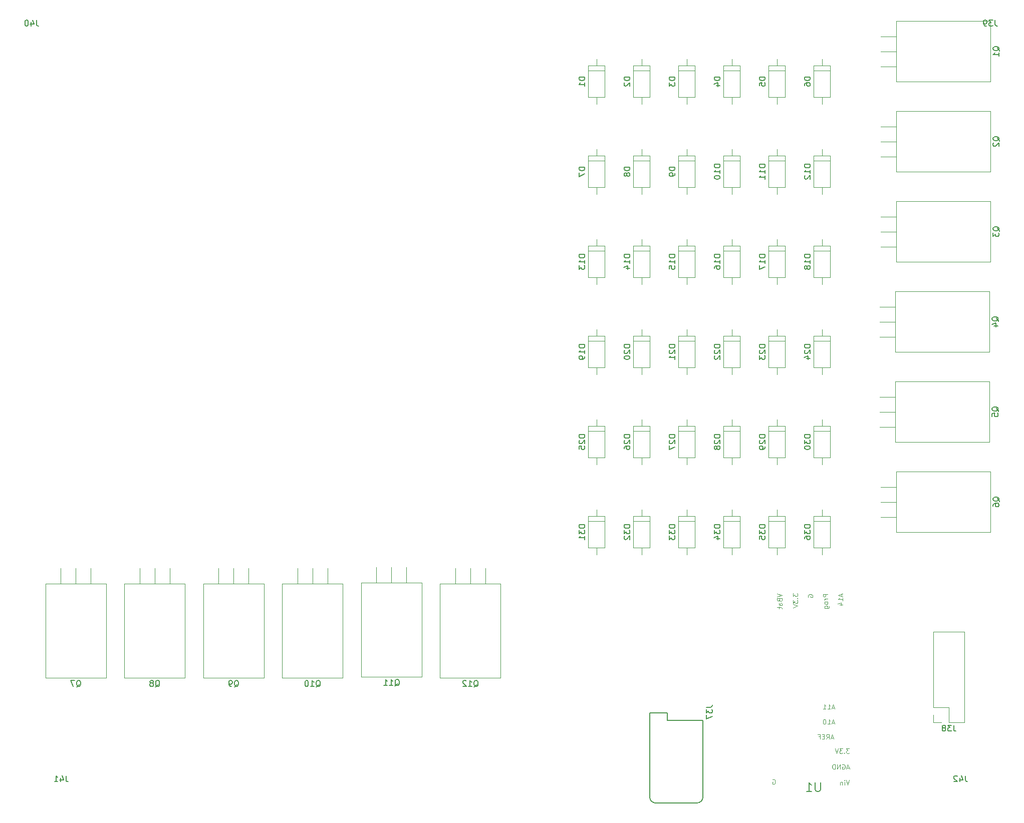
<source format=gbr>
G04 #@! TF.FileFunction,Legend,Bot*
%FSLAX46Y46*%
G04 Gerber Fmt 4.6, Leading zero omitted, Abs format (unit mm)*
G04 Created by KiCad (PCBNEW 4.0.6) date 05/24/18 15:00:55*
%MOMM*%
%LPD*%
G01*
G04 APERTURE LIST*
%ADD10C,0.100000*%
%ADD11C,0.120000*%
%ADD12C,0.152400*%
%ADD13C,0.150000*%
%ADD14C,0.125000*%
G04 APERTURE END LIST*
D10*
D11*
X181430000Y-126090000D02*
X186630000Y-126090000D01*
X181430000Y-138850000D02*
X181430000Y-126090000D01*
X186630000Y-141450000D02*
X186630000Y-126090000D01*
X181430000Y-138850000D02*
X184030000Y-138850000D01*
X184030000Y-138850000D02*
X184030000Y-141450000D01*
X184030000Y-141450000D02*
X186630000Y-141450000D01*
X181430000Y-140120000D02*
X181430000Y-141450000D01*
X181430000Y-141450000D02*
X182760000Y-141450000D01*
X123050000Y-30360000D02*
X125870000Y-30360000D01*
X125870000Y-30360000D02*
X125870000Y-35680000D01*
X125870000Y-35680000D02*
X123050000Y-35680000D01*
X123050000Y-35680000D02*
X123050000Y-30360000D01*
X124460000Y-29220000D02*
X124460000Y-30360000D01*
X124460000Y-36820000D02*
X124460000Y-35680000D01*
X123050000Y-31200000D02*
X125870000Y-31200000D01*
X130670000Y-30360000D02*
X133490000Y-30360000D01*
X133490000Y-30360000D02*
X133490000Y-35680000D01*
X133490000Y-35680000D02*
X130670000Y-35680000D01*
X130670000Y-35680000D02*
X130670000Y-30360000D01*
X132080000Y-29220000D02*
X132080000Y-30360000D01*
X132080000Y-36820000D02*
X132080000Y-35680000D01*
X130670000Y-31200000D02*
X133490000Y-31200000D01*
X138290000Y-30360000D02*
X141110000Y-30360000D01*
X141110000Y-30360000D02*
X141110000Y-35680000D01*
X141110000Y-35680000D02*
X138290000Y-35680000D01*
X138290000Y-35680000D02*
X138290000Y-30360000D01*
X139700000Y-29220000D02*
X139700000Y-30360000D01*
X139700000Y-36820000D02*
X139700000Y-35680000D01*
X138290000Y-31200000D02*
X141110000Y-31200000D01*
X145910000Y-30360000D02*
X148730000Y-30360000D01*
X148730000Y-30360000D02*
X148730000Y-35680000D01*
X148730000Y-35680000D02*
X145910000Y-35680000D01*
X145910000Y-35680000D02*
X145910000Y-30360000D01*
X147320000Y-29220000D02*
X147320000Y-30360000D01*
X147320000Y-36820000D02*
X147320000Y-35680000D01*
X145910000Y-31200000D02*
X148730000Y-31200000D01*
X153530000Y-30360000D02*
X156350000Y-30360000D01*
X156350000Y-30360000D02*
X156350000Y-35680000D01*
X156350000Y-35680000D02*
X153530000Y-35680000D01*
X153530000Y-35680000D02*
X153530000Y-30360000D01*
X154940000Y-29220000D02*
X154940000Y-30360000D01*
X154940000Y-36820000D02*
X154940000Y-35680000D01*
X153530000Y-31200000D02*
X156350000Y-31200000D01*
X161150000Y-30360000D02*
X163970000Y-30360000D01*
X163970000Y-30360000D02*
X163970000Y-35680000D01*
X163970000Y-35680000D02*
X161150000Y-35680000D01*
X161150000Y-35680000D02*
X161150000Y-30360000D01*
X162560000Y-29220000D02*
X162560000Y-30360000D01*
X162560000Y-36820000D02*
X162560000Y-35680000D01*
X161150000Y-31200000D02*
X163970000Y-31200000D01*
X123050000Y-45600000D02*
X125870000Y-45600000D01*
X125870000Y-45600000D02*
X125870000Y-50920000D01*
X125870000Y-50920000D02*
X123050000Y-50920000D01*
X123050000Y-50920000D02*
X123050000Y-45600000D01*
X124460000Y-44460000D02*
X124460000Y-45600000D01*
X124460000Y-52060000D02*
X124460000Y-50920000D01*
X123050000Y-46440000D02*
X125870000Y-46440000D01*
X130670000Y-45600000D02*
X133490000Y-45600000D01*
X133490000Y-45600000D02*
X133490000Y-50920000D01*
X133490000Y-50920000D02*
X130670000Y-50920000D01*
X130670000Y-50920000D02*
X130670000Y-45600000D01*
X132080000Y-44460000D02*
X132080000Y-45600000D01*
X132080000Y-52060000D02*
X132080000Y-50920000D01*
X130670000Y-46440000D02*
X133490000Y-46440000D01*
X138290000Y-45600000D02*
X141110000Y-45600000D01*
X141110000Y-45600000D02*
X141110000Y-50920000D01*
X141110000Y-50920000D02*
X138290000Y-50920000D01*
X138290000Y-50920000D02*
X138290000Y-45600000D01*
X139700000Y-44460000D02*
X139700000Y-45600000D01*
X139700000Y-52060000D02*
X139700000Y-50920000D01*
X138290000Y-46440000D02*
X141110000Y-46440000D01*
X145910000Y-45600000D02*
X148730000Y-45600000D01*
X148730000Y-45600000D02*
X148730000Y-50920000D01*
X148730000Y-50920000D02*
X145910000Y-50920000D01*
X145910000Y-50920000D02*
X145910000Y-45600000D01*
X147320000Y-44460000D02*
X147320000Y-45600000D01*
X147320000Y-52060000D02*
X147320000Y-50920000D01*
X145910000Y-46440000D02*
X148730000Y-46440000D01*
X153530000Y-45600000D02*
X156350000Y-45600000D01*
X156350000Y-45600000D02*
X156350000Y-50920000D01*
X156350000Y-50920000D02*
X153530000Y-50920000D01*
X153530000Y-50920000D02*
X153530000Y-45600000D01*
X154940000Y-44460000D02*
X154940000Y-45600000D01*
X154940000Y-52060000D02*
X154940000Y-50920000D01*
X153530000Y-46440000D02*
X156350000Y-46440000D01*
X161150000Y-45600000D02*
X163970000Y-45600000D01*
X163970000Y-45600000D02*
X163970000Y-50920000D01*
X163970000Y-50920000D02*
X161150000Y-50920000D01*
X161150000Y-50920000D02*
X161150000Y-45600000D01*
X162560000Y-44460000D02*
X162560000Y-45600000D01*
X162560000Y-52060000D02*
X162560000Y-50920000D01*
X161150000Y-46440000D02*
X163970000Y-46440000D01*
X123050000Y-60840000D02*
X125870000Y-60840000D01*
X125870000Y-60840000D02*
X125870000Y-66160000D01*
X125870000Y-66160000D02*
X123050000Y-66160000D01*
X123050000Y-66160000D02*
X123050000Y-60840000D01*
X124460000Y-59700000D02*
X124460000Y-60840000D01*
X124460000Y-67300000D02*
X124460000Y-66160000D01*
X123050000Y-61680000D02*
X125870000Y-61680000D01*
X130670000Y-60840000D02*
X133490000Y-60840000D01*
X133490000Y-60840000D02*
X133490000Y-66160000D01*
X133490000Y-66160000D02*
X130670000Y-66160000D01*
X130670000Y-66160000D02*
X130670000Y-60840000D01*
X132080000Y-59700000D02*
X132080000Y-60840000D01*
X132080000Y-67300000D02*
X132080000Y-66160000D01*
X130670000Y-61680000D02*
X133490000Y-61680000D01*
X138290000Y-60840000D02*
X141110000Y-60840000D01*
X141110000Y-60840000D02*
X141110000Y-66160000D01*
X141110000Y-66160000D02*
X138290000Y-66160000D01*
X138290000Y-66160000D02*
X138290000Y-60840000D01*
X139700000Y-59700000D02*
X139700000Y-60840000D01*
X139700000Y-67300000D02*
X139700000Y-66160000D01*
X138290000Y-61680000D02*
X141110000Y-61680000D01*
X145910000Y-60840000D02*
X148730000Y-60840000D01*
X148730000Y-60840000D02*
X148730000Y-66160000D01*
X148730000Y-66160000D02*
X145910000Y-66160000D01*
X145910000Y-66160000D02*
X145910000Y-60840000D01*
X147320000Y-59700000D02*
X147320000Y-60840000D01*
X147320000Y-67300000D02*
X147320000Y-66160000D01*
X145910000Y-61680000D02*
X148730000Y-61680000D01*
X153530000Y-60840000D02*
X156350000Y-60840000D01*
X156350000Y-60840000D02*
X156350000Y-66160000D01*
X156350000Y-66160000D02*
X153530000Y-66160000D01*
X153530000Y-66160000D02*
X153530000Y-60840000D01*
X154940000Y-59700000D02*
X154940000Y-60840000D01*
X154940000Y-67300000D02*
X154940000Y-66160000D01*
X153530000Y-61680000D02*
X156350000Y-61680000D01*
X161150000Y-60840000D02*
X163970000Y-60840000D01*
X163970000Y-60840000D02*
X163970000Y-66160000D01*
X163970000Y-66160000D02*
X161150000Y-66160000D01*
X161150000Y-66160000D02*
X161150000Y-60840000D01*
X162560000Y-59700000D02*
X162560000Y-60840000D01*
X162560000Y-67300000D02*
X162560000Y-66160000D01*
X161150000Y-61680000D02*
X163970000Y-61680000D01*
X123050000Y-76080000D02*
X125870000Y-76080000D01*
X125870000Y-76080000D02*
X125870000Y-81400000D01*
X125870000Y-81400000D02*
X123050000Y-81400000D01*
X123050000Y-81400000D02*
X123050000Y-76080000D01*
X124460000Y-74940000D02*
X124460000Y-76080000D01*
X124460000Y-82540000D02*
X124460000Y-81400000D01*
X123050000Y-76920000D02*
X125870000Y-76920000D01*
X130670000Y-76080000D02*
X133490000Y-76080000D01*
X133490000Y-76080000D02*
X133490000Y-81400000D01*
X133490000Y-81400000D02*
X130670000Y-81400000D01*
X130670000Y-81400000D02*
X130670000Y-76080000D01*
X132080000Y-74940000D02*
X132080000Y-76080000D01*
X132080000Y-82540000D02*
X132080000Y-81400000D01*
X130670000Y-76920000D02*
X133490000Y-76920000D01*
X138290000Y-76080000D02*
X141110000Y-76080000D01*
X141110000Y-76080000D02*
X141110000Y-81400000D01*
X141110000Y-81400000D02*
X138290000Y-81400000D01*
X138290000Y-81400000D02*
X138290000Y-76080000D01*
X139700000Y-74940000D02*
X139700000Y-76080000D01*
X139700000Y-82540000D02*
X139700000Y-81400000D01*
X138290000Y-76920000D02*
X141110000Y-76920000D01*
X145910000Y-76080000D02*
X148730000Y-76080000D01*
X148730000Y-76080000D02*
X148730000Y-81400000D01*
X148730000Y-81400000D02*
X145910000Y-81400000D01*
X145910000Y-81400000D02*
X145910000Y-76080000D01*
X147320000Y-74940000D02*
X147320000Y-76080000D01*
X147320000Y-82540000D02*
X147320000Y-81400000D01*
X145910000Y-76920000D02*
X148730000Y-76920000D01*
X153530000Y-76080000D02*
X156350000Y-76080000D01*
X156350000Y-76080000D02*
X156350000Y-81400000D01*
X156350000Y-81400000D02*
X153530000Y-81400000D01*
X153530000Y-81400000D02*
X153530000Y-76080000D01*
X154940000Y-74940000D02*
X154940000Y-76080000D01*
X154940000Y-82540000D02*
X154940000Y-81400000D01*
X153530000Y-76920000D02*
X156350000Y-76920000D01*
X161150000Y-76080000D02*
X163970000Y-76080000D01*
X163970000Y-76080000D02*
X163970000Y-81400000D01*
X163970000Y-81400000D02*
X161150000Y-81400000D01*
X161150000Y-81400000D02*
X161150000Y-76080000D01*
X162560000Y-74940000D02*
X162560000Y-76080000D01*
X162560000Y-82540000D02*
X162560000Y-81400000D01*
X161150000Y-76920000D02*
X163970000Y-76920000D01*
X123050000Y-91320000D02*
X125870000Y-91320000D01*
X125870000Y-91320000D02*
X125870000Y-96640000D01*
X125870000Y-96640000D02*
X123050000Y-96640000D01*
X123050000Y-96640000D02*
X123050000Y-91320000D01*
X124460000Y-90180000D02*
X124460000Y-91320000D01*
X124460000Y-97780000D02*
X124460000Y-96640000D01*
X123050000Y-92160000D02*
X125870000Y-92160000D01*
X130670000Y-91320000D02*
X133490000Y-91320000D01*
X133490000Y-91320000D02*
X133490000Y-96640000D01*
X133490000Y-96640000D02*
X130670000Y-96640000D01*
X130670000Y-96640000D02*
X130670000Y-91320000D01*
X132080000Y-90180000D02*
X132080000Y-91320000D01*
X132080000Y-97780000D02*
X132080000Y-96640000D01*
X130670000Y-92160000D02*
X133490000Y-92160000D01*
X138290000Y-91320000D02*
X141110000Y-91320000D01*
X141110000Y-91320000D02*
X141110000Y-96640000D01*
X141110000Y-96640000D02*
X138290000Y-96640000D01*
X138290000Y-96640000D02*
X138290000Y-91320000D01*
X139700000Y-90180000D02*
X139700000Y-91320000D01*
X139700000Y-97780000D02*
X139700000Y-96640000D01*
X138290000Y-92160000D02*
X141110000Y-92160000D01*
X145910000Y-91320000D02*
X148730000Y-91320000D01*
X148730000Y-91320000D02*
X148730000Y-96640000D01*
X148730000Y-96640000D02*
X145910000Y-96640000D01*
X145910000Y-96640000D02*
X145910000Y-91320000D01*
X147320000Y-90180000D02*
X147320000Y-91320000D01*
X147320000Y-97780000D02*
X147320000Y-96640000D01*
X145910000Y-92160000D02*
X148730000Y-92160000D01*
X153530000Y-91320000D02*
X156350000Y-91320000D01*
X156350000Y-91320000D02*
X156350000Y-96640000D01*
X156350000Y-96640000D02*
X153530000Y-96640000D01*
X153530000Y-96640000D02*
X153530000Y-91320000D01*
X154940000Y-90180000D02*
X154940000Y-91320000D01*
X154940000Y-97780000D02*
X154940000Y-96640000D01*
X153530000Y-92160000D02*
X156350000Y-92160000D01*
X161150000Y-91320000D02*
X163970000Y-91320000D01*
X163970000Y-91320000D02*
X163970000Y-96640000D01*
X163970000Y-96640000D02*
X161150000Y-96640000D01*
X161150000Y-96640000D02*
X161150000Y-91320000D01*
X162560000Y-90180000D02*
X162560000Y-91320000D01*
X162560000Y-97780000D02*
X162560000Y-96640000D01*
X161150000Y-92160000D02*
X163970000Y-92160000D01*
X123050000Y-106560000D02*
X125870000Y-106560000D01*
X125870000Y-106560000D02*
X125870000Y-111880000D01*
X125870000Y-111880000D02*
X123050000Y-111880000D01*
X123050000Y-111880000D02*
X123050000Y-106560000D01*
X124460000Y-105420000D02*
X124460000Y-106560000D01*
X124460000Y-113020000D02*
X124460000Y-111880000D01*
X123050000Y-107400000D02*
X125870000Y-107400000D01*
X130670000Y-106560000D02*
X133490000Y-106560000D01*
X133490000Y-106560000D02*
X133490000Y-111880000D01*
X133490000Y-111880000D02*
X130670000Y-111880000D01*
X130670000Y-111880000D02*
X130670000Y-106560000D01*
X132080000Y-105420000D02*
X132080000Y-106560000D01*
X132080000Y-113020000D02*
X132080000Y-111880000D01*
X130670000Y-107400000D02*
X133490000Y-107400000D01*
X138290000Y-106560000D02*
X141110000Y-106560000D01*
X141110000Y-106560000D02*
X141110000Y-111880000D01*
X141110000Y-111880000D02*
X138290000Y-111880000D01*
X138290000Y-111880000D02*
X138290000Y-106560000D01*
X139700000Y-105420000D02*
X139700000Y-106560000D01*
X139700000Y-113020000D02*
X139700000Y-111880000D01*
X138290000Y-107400000D02*
X141110000Y-107400000D01*
X145910000Y-106560000D02*
X148730000Y-106560000D01*
X148730000Y-106560000D02*
X148730000Y-111880000D01*
X148730000Y-111880000D02*
X145910000Y-111880000D01*
X145910000Y-111880000D02*
X145910000Y-106560000D01*
X147320000Y-105420000D02*
X147320000Y-106560000D01*
X147320000Y-113020000D02*
X147320000Y-111880000D01*
X145910000Y-107400000D02*
X148730000Y-107400000D01*
X153530000Y-106560000D02*
X156350000Y-106560000D01*
X156350000Y-106560000D02*
X156350000Y-111880000D01*
X156350000Y-111880000D02*
X153530000Y-111880000D01*
X153530000Y-111880000D02*
X153530000Y-106560000D01*
X154940000Y-105420000D02*
X154940000Y-106560000D01*
X154940000Y-113020000D02*
X154940000Y-111880000D01*
X153530000Y-107400000D02*
X156350000Y-107400000D01*
X161150000Y-106560000D02*
X163970000Y-106560000D01*
X163970000Y-106560000D02*
X163970000Y-111880000D01*
X163970000Y-111880000D02*
X161150000Y-111880000D01*
X161150000Y-111880000D02*
X161150000Y-106560000D01*
X162560000Y-105420000D02*
X162560000Y-106560000D01*
X162560000Y-113020000D02*
X162560000Y-111880000D01*
X161150000Y-107400000D02*
X163970000Y-107400000D01*
D12*
X134458600Y-155048000D02*
G75*
G02X133458600Y-154048000I0J1000000D01*
G01*
X142458600Y-154048000D02*
G75*
G02X141458600Y-155048000I-1000000J0D01*
G01*
X142458600Y-154048000D02*
X142458600Y-141048000D01*
X142458600Y-141048000D02*
X136458600Y-141048000D01*
X136458600Y-141048000D02*
X136458600Y-139798000D01*
X136458600Y-139798000D02*
X133458600Y-139798000D01*
X133458600Y-139798000D02*
X133458600Y-154248000D01*
X134458600Y-155048000D02*
X141458600Y-155048000D01*
D11*
X175140000Y-33060000D02*
X175140000Y-22820000D01*
X191030000Y-33060000D02*
X191030000Y-22820000D01*
X191030000Y-33060000D02*
X175140000Y-33060000D01*
X191030000Y-22820000D02*
X175140000Y-22820000D01*
X175140000Y-30480000D02*
X172500000Y-30480000D01*
X175140000Y-27940000D02*
X172516000Y-27940000D01*
X175140000Y-25400000D02*
X172516000Y-25400000D01*
X175140000Y-48300000D02*
X175140000Y-38060000D01*
X191030000Y-48300000D02*
X191030000Y-38060000D01*
X191030000Y-48300000D02*
X175140000Y-48300000D01*
X191030000Y-38060000D02*
X175140000Y-38060000D01*
X175140000Y-45720000D02*
X172500000Y-45720000D01*
X175140000Y-43180000D02*
X172516000Y-43180000D01*
X175140000Y-40640000D02*
X172516000Y-40640000D01*
X175140000Y-63540000D02*
X175140000Y-53300000D01*
X191030000Y-63540000D02*
X191030000Y-53300000D01*
X191030000Y-63540000D02*
X175140000Y-63540000D01*
X191030000Y-53300000D02*
X175140000Y-53300000D01*
X175140000Y-60960000D02*
X172500000Y-60960000D01*
X175140000Y-58420000D02*
X172516000Y-58420000D01*
X175140000Y-55880000D02*
X172516000Y-55880000D01*
X174990000Y-78780000D02*
X174990000Y-68540000D01*
X190880000Y-78780000D02*
X190880000Y-68540000D01*
X190880000Y-78780000D02*
X174990000Y-78780000D01*
X190880000Y-68540000D02*
X174990000Y-68540000D01*
X174990000Y-76200000D02*
X172350000Y-76200000D01*
X174990000Y-73660000D02*
X172366000Y-73660000D01*
X174990000Y-71120000D02*
X172366000Y-71120000D01*
X174990000Y-94020000D02*
X174990000Y-83780000D01*
X190880000Y-94020000D02*
X190880000Y-83780000D01*
X190880000Y-94020000D02*
X174990000Y-94020000D01*
X190880000Y-83780000D02*
X174990000Y-83780000D01*
X174990000Y-91440000D02*
X172350000Y-91440000D01*
X174990000Y-88900000D02*
X172366000Y-88900000D01*
X174990000Y-86360000D02*
X172366000Y-86360000D01*
X175140000Y-109260000D02*
X175140000Y-99020000D01*
X191030000Y-109260000D02*
X191030000Y-99020000D01*
X191030000Y-109260000D02*
X175140000Y-109260000D01*
X191030000Y-99020000D02*
X175140000Y-99020000D01*
X175140000Y-106680000D02*
X172500000Y-106680000D01*
X175140000Y-104140000D02*
X172516000Y-104140000D01*
X175140000Y-101600000D02*
X172516000Y-101600000D01*
X31360000Y-117990000D02*
X41600000Y-117990000D01*
X31360000Y-133880000D02*
X41600000Y-133880000D01*
X31360000Y-133880000D02*
X31360000Y-117990000D01*
X41600000Y-133880000D02*
X41600000Y-117990000D01*
X33940000Y-117990000D02*
X33940000Y-115350000D01*
X36480000Y-117990000D02*
X36480000Y-115366000D01*
X39020000Y-117990000D02*
X39020000Y-115366000D01*
X44695000Y-117990000D02*
X54935000Y-117990000D01*
X44695000Y-133880000D02*
X54935000Y-133880000D01*
X44695000Y-133880000D02*
X44695000Y-117990000D01*
X54935000Y-133880000D02*
X54935000Y-117990000D01*
X47275000Y-117990000D02*
X47275000Y-115350000D01*
X49815000Y-117990000D02*
X49815000Y-115366000D01*
X52355000Y-117990000D02*
X52355000Y-115366000D01*
X58030000Y-117990000D02*
X68270000Y-117990000D01*
X58030000Y-133880000D02*
X68270000Y-133880000D01*
X58030000Y-133880000D02*
X58030000Y-117990000D01*
X68270000Y-133880000D02*
X68270000Y-117990000D01*
X60610000Y-117990000D02*
X60610000Y-115350000D01*
X63150000Y-117990000D02*
X63150000Y-115366000D01*
X65690000Y-117990000D02*
X65690000Y-115366000D01*
X71365000Y-117990000D02*
X81605000Y-117990000D01*
X71365000Y-133880000D02*
X81605000Y-133880000D01*
X71365000Y-133880000D02*
X71365000Y-117990000D01*
X81605000Y-133880000D02*
X81605000Y-117990000D01*
X73945000Y-117990000D02*
X73945000Y-115350000D01*
X76485000Y-117990000D02*
X76485000Y-115366000D01*
X79025000Y-117990000D02*
X79025000Y-115366000D01*
X84700000Y-117840000D02*
X94940000Y-117840000D01*
X84700000Y-133730000D02*
X94940000Y-133730000D01*
X84700000Y-133730000D02*
X84700000Y-117840000D01*
X94940000Y-133730000D02*
X94940000Y-117840000D01*
X87280000Y-117840000D02*
X87280000Y-115200000D01*
X89820000Y-117840000D02*
X89820000Y-115216000D01*
X92360000Y-117840000D02*
X92360000Y-115216000D01*
X98035000Y-117990000D02*
X108275000Y-117990000D01*
X98035000Y-133880000D02*
X108275000Y-133880000D01*
X98035000Y-133880000D02*
X98035000Y-117990000D01*
X108275000Y-133880000D02*
X108275000Y-117990000D01*
X100615000Y-117990000D02*
X100615000Y-115350000D01*
X103155000Y-117990000D02*
X103155000Y-115366000D01*
X105695000Y-117990000D02*
X105695000Y-115366000D01*
D13*
X184839523Y-141902381D02*
X184839523Y-142616667D01*
X184887143Y-142759524D01*
X184982381Y-142854762D01*
X185125238Y-142902381D01*
X185220476Y-142902381D01*
X184458571Y-141902381D02*
X183839523Y-141902381D01*
X184172857Y-142283333D01*
X184029999Y-142283333D01*
X183934761Y-142330952D01*
X183887142Y-142378571D01*
X183839523Y-142473810D01*
X183839523Y-142711905D01*
X183887142Y-142807143D01*
X183934761Y-142854762D01*
X184029999Y-142902381D01*
X184315714Y-142902381D01*
X184410952Y-142854762D01*
X184458571Y-142807143D01*
X183268095Y-142330952D02*
X183363333Y-142283333D01*
X183410952Y-142235714D01*
X183458571Y-142140476D01*
X183458571Y-142092857D01*
X183410952Y-141997619D01*
X183363333Y-141950000D01*
X183268095Y-141902381D01*
X183077618Y-141902381D01*
X182982380Y-141950000D01*
X182934761Y-141997619D01*
X182887142Y-142092857D01*
X182887142Y-142140476D01*
X182934761Y-142235714D01*
X182982380Y-142283333D01*
X183077618Y-142330952D01*
X183268095Y-142330952D01*
X183363333Y-142378571D01*
X183410952Y-142426190D01*
X183458571Y-142521429D01*
X183458571Y-142711905D01*
X183410952Y-142807143D01*
X183363333Y-142854762D01*
X183268095Y-142902381D01*
X183077618Y-142902381D01*
X182982380Y-142854762D01*
X182934761Y-142807143D01*
X182887142Y-142711905D01*
X182887142Y-142521429D01*
X182934761Y-142426190D01*
X182982380Y-142378571D01*
X183077618Y-142330952D01*
X162305857Y-151578571D02*
X162305857Y-152792857D01*
X162234429Y-152935714D01*
X162163000Y-153007143D01*
X162020143Y-153078571D01*
X161734429Y-153078571D01*
X161591571Y-153007143D01*
X161520143Y-152935714D01*
X161448714Y-152792857D01*
X161448714Y-151578571D01*
X159948714Y-153078571D02*
X160805857Y-153078571D01*
X160377285Y-153078571D02*
X160377285Y-151578571D01*
X160520142Y-151792857D01*
X160663000Y-151935714D01*
X160805857Y-152007143D01*
D14*
X155009905Y-119646857D02*
X155809905Y-119913524D01*
X155009905Y-120180191D01*
X155390857Y-120713524D02*
X155428952Y-120827810D01*
X155467048Y-120865905D01*
X155543238Y-120904000D01*
X155657524Y-120904000D01*
X155733714Y-120865905D01*
X155771810Y-120827810D01*
X155809905Y-120751619D01*
X155809905Y-120446857D01*
X155009905Y-120446857D01*
X155009905Y-120713524D01*
X155048000Y-120789714D01*
X155086095Y-120827810D01*
X155162286Y-120865905D01*
X155238476Y-120865905D01*
X155314667Y-120827810D01*
X155352762Y-120789714D01*
X155390857Y-120713524D01*
X155390857Y-120446857D01*
X155809905Y-121589714D02*
X155390857Y-121589714D01*
X155314667Y-121551619D01*
X155276571Y-121475429D01*
X155276571Y-121323048D01*
X155314667Y-121246857D01*
X155771810Y-121589714D02*
X155809905Y-121513524D01*
X155809905Y-121323048D01*
X155771810Y-121246857D01*
X155695619Y-121208762D01*
X155619429Y-121208762D01*
X155543238Y-121246857D01*
X155505143Y-121323048D01*
X155505143Y-121513524D01*
X155467048Y-121589714D01*
X155276571Y-121856381D02*
X155276571Y-122161143D01*
X155009905Y-121970667D02*
X155695619Y-121970667D01*
X155771810Y-122008762D01*
X155809905Y-122084953D01*
X155809905Y-122161143D01*
X157676905Y-119596048D02*
X157676905Y-120091286D01*
X157981667Y-119824619D01*
X157981667Y-119938905D01*
X158019762Y-120015095D01*
X158057857Y-120053191D01*
X158134048Y-120091286D01*
X158324524Y-120091286D01*
X158400714Y-120053191D01*
X158438810Y-120015095D01*
X158476905Y-119938905D01*
X158476905Y-119710333D01*
X158438810Y-119634143D01*
X158400714Y-119596048D01*
X158400714Y-120434143D02*
X158438810Y-120472238D01*
X158476905Y-120434143D01*
X158438810Y-120396048D01*
X158400714Y-120434143D01*
X158476905Y-120434143D01*
X157676905Y-120738905D02*
X157676905Y-121234143D01*
X157981667Y-120967476D01*
X157981667Y-121081762D01*
X158019762Y-121157952D01*
X158057857Y-121196048D01*
X158134048Y-121234143D01*
X158324524Y-121234143D01*
X158400714Y-121196048D01*
X158438810Y-121157952D01*
X158476905Y-121081762D01*
X158476905Y-120853190D01*
X158438810Y-120777000D01*
X158400714Y-120738905D01*
X157676905Y-121462714D02*
X158476905Y-121729381D01*
X157676905Y-121996048D01*
X160255000Y-120224524D02*
X160216905Y-120148333D01*
X160216905Y-120034048D01*
X160255000Y-119919762D01*
X160331190Y-119843571D01*
X160407381Y-119805476D01*
X160559762Y-119767381D01*
X160674048Y-119767381D01*
X160826429Y-119805476D01*
X160902619Y-119843571D01*
X160978810Y-119919762D01*
X161016905Y-120034048D01*
X161016905Y-120110238D01*
X160978810Y-120224524D01*
X160940714Y-120262619D01*
X160674048Y-120262619D01*
X160674048Y-120110238D01*
X163556905Y-119723047D02*
X162756905Y-119723047D01*
X162756905Y-120027809D01*
X162795000Y-120104000D01*
X162833095Y-120142095D01*
X162909286Y-120180190D01*
X163023571Y-120180190D01*
X163099762Y-120142095D01*
X163137857Y-120104000D01*
X163175952Y-120027809D01*
X163175952Y-119723047D01*
X163556905Y-120523047D02*
X163023571Y-120523047D01*
X163175952Y-120523047D02*
X163099762Y-120561142D01*
X163061667Y-120599238D01*
X163023571Y-120675428D01*
X163023571Y-120751619D01*
X163556905Y-121132571D02*
X163518810Y-121056380D01*
X163480714Y-121018285D01*
X163404524Y-120980190D01*
X163175952Y-120980190D01*
X163099762Y-121018285D01*
X163061667Y-121056380D01*
X163023571Y-121132571D01*
X163023571Y-121246857D01*
X163061667Y-121323047D01*
X163099762Y-121361142D01*
X163175952Y-121399238D01*
X163404524Y-121399238D01*
X163480714Y-121361142D01*
X163518810Y-121323047D01*
X163556905Y-121246857D01*
X163556905Y-121132571D01*
X163023571Y-122084952D02*
X163671190Y-122084952D01*
X163747381Y-122046857D01*
X163785476Y-122008762D01*
X163823571Y-121932571D01*
X163823571Y-121818286D01*
X163785476Y-121742095D01*
X163518810Y-122084952D02*
X163556905Y-122008762D01*
X163556905Y-121856381D01*
X163518810Y-121780190D01*
X163480714Y-121742095D01*
X163404524Y-121704000D01*
X163175952Y-121704000D01*
X163099762Y-121742095D01*
X163061667Y-121780190D01*
X163023571Y-121856381D01*
X163023571Y-122008762D01*
X163061667Y-122084952D01*
X165868333Y-119697619D02*
X165868333Y-120078571D01*
X166096905Y-119621428D02*
X165296905Y-119888095D01*
X166096905Y-120154762D01*
X166096905Y-120840476D02*
X166096905Y-120383333D01*
X166096905Y-120611904D02*
X165296905Y-120611904D01*
X165411190Y-120535714D01*
X165487381Y-120459523D01*
X165525476Y-120383333D01*
X165563571Y-121526190D02*
X166096905Y-121526190D01*
X165258810Y-121335714D02*
X165830238Y-121145238D01*
X165830238Y-121640476D01*
X154222476Y-151111000D02*
X154298667Y-151072905D01*
X154412952Y-151072905D01*
X154527238Y-151111000D01*
X154603429Y-151187190D01*
X154641524Y-151263381D01*
X154679619Y-151415762D01*
X154679619Y-151530048D01*
X154641524Y-151682429D01*
X154603429Y-151758619D01*
X154527238Y-151834810D01*
X154412952Y-151872905D01*
X154336762Y-151872905D01*
X154222476Y-151834810D01*
X154184381Y-151796714D01*
X154184381Y-151530048D01*
X154336762Y-151530048D01*
X167169952Y-145865905D02*
X166674714Y-145865905D01*
X166941381Y-146170667D01*
X166827095Y-146170667D01*
X166750905Y-146208762D01*
X166712809Y-146246857D01*
X166674714Y-146323048D01*
X166674714Y-146513524D01*
X166712809Y-146589714D01*
X166750905Y-146627810D01*
X166827095Y-146665905D01*
X167055667Y-146665905D01*
X167131857Y-146627810D01*
X167169952Y-146589714D01*
X166331857Y-146589714D02*
X166293762Y-146627810D01*
X166331857Y-146665905D01*
X166369952Y-146627810D01*
X166331857Y-146589714D01*
X166331857Y-146665905D01*
X166027095Y-145865905D02*
X165531857Y-145865905D01*
X165798524Y-146170667D01*
X165684238Y-146170667D01*
X165608048Y-146208762D01*
X165569952Y-146246857D01*
X165531857Y-146323048D01*
X165531857Y-146513524D01*
X165569952Y-146589714D01*
X165608048Y-146627810D01*
X165684238Y-146665905D01*
X165912810Y-146665905D01*
X165989000Y-146627810D01*
X166027095Y-146589714D01*
X165303286Y-145865905D02*
X165036619Y-146665905D01*
X164769952Y-145865905D01*
X167144523Y-149104333D02*
X166763571Y-149104333D01*
X167220714Y-149332905D02*
X166954047Y-148532905D01*
X166687380Y-149332905D01*
X166001666Y-148571000D02*
X166077857Y-148532905D01*
X166192142Y-148532905D01*
X166306428Y-148571000D01*
X166382619Y-148647190D01*
X166420714Y-148723381D01*
X166458809Y-148875762D01*
X166458809Y-148990048D01*
X166420714Y-149142429D01*
X166382619Y-149218619D01*
X166306428Y-149294810D01*
X166192142Y-149332905D01*
X166115952Y-149332905D01*
X166001666Y-149294810D01*
X165963571Y-149256714D01*
X165963571Y-148990048D01*
X166115952Y-148990048D01*
X165620714Y-149332905D02*
X165620714Y-148532905D01*
X165163571Y-149332905D01*
X165163571Y-148532905D01*
X164782619Y-149332905D02*
X164782619Y-148532905D01*
X164592143Y-148532905D01*
X164477857Y-148571000D01*
X164401666Y-148647190D01*
X164363571Y-148723381D01*
X164325476Y-148875762D01*
X164325476Y-148990048D01*
X164363571Y-149142429D01*
X164401666Y-149218619D01*
X164477857Y-149294810D01*
X164592143Y-149332905D01*
X164782619Y-149332905D01*
X167189048Y-151199905D02*
X166922381Y-151999905D01*
X166655714Y-151199905D01*
X166389048Y-151999905D02*
X166389048Y-151466571D01*
X166389048Y-151199905D02*
X166427143Y-151238000D01*
X166389048Y-151276095D01*
X166350953Y-151238000D01*
X166389048Y-151199905D01*
X166389048Y-151276095D01*
X166008096Y-151466571D02*
X166008096Y-151999905D01*
X166008096Y-151542762D02*
X165970001Y-151504667D01*
X165893810Y-151466571D01*
X165779524Y-151466571D01*
X165703334Y-151504667D01*
X165665239Y-151580857D01*
X165665239Y-151999905D01*
X164655381Y-138944333D02*
X164274429Y-138944333D01*
X164731572Y-139172905D02*
X164464905Y-138372905D01*
X164198238Y-139172905D01*
X163512524Y-139172905D02*
X163969667Y-139172905D01*
X163741096Y-139172905D02*
X163741096Y-138372905D01*
X163817286Y-138487190D01*
X163893477Y-138563381D01*
X163969667Y-138601476D01*
X162750619Y-139172905D02*
X163207762Y-139172905D01*
X162979191Y-139172905D02*
X162979191Y-138372905D01*
X163055381Y-138487190D01*
X163131572Y-138563381D01*
X163207762Y-138601476D01*
X164655381Y-141484333D02*
X164274429Y-141484333D01*
X164731572Y-141712905D02*
X164464905Y-140912905D01*
X164198238Y-141712905D01*
X163512524Y-141712905D02*
X163969667Y-141712905D01*
X163741096Y-141712905D02*
X163741096Y-140912905D01*
X163817286Y-141027190D01*
X163893477Y-141103381D01*
X163969667Y-141141476D01*
X163017286Y-140912905D02*
X162941095Y-140912905D01*
X162864905Y-140951000D01*
X162826810Y-140989095D01*
X162788714Y-141065286D01*
X162750619Y-141217667D01*
X162750619Y-141408143D01*
X162788714Y-141560524D01*
X162826810Y-141636714D01*
X162864905Y-141674810D01*
X162941095Y-141712905D01*
X163017286Y-141712905D01*
X163093476Y-141674810D01*
X163131572Y-141636714D01*
X163169667Y-141560524D01*
X163207762Y-141408143D01*
X163207762Y-141217667D01*
X163169667Y-141065286D01*
X163131572Y-140989095D01*
X163093476Y-140951000D01*
X163017286Y-140912905D01*
X164490238Y-144024333D02*
X164109286Y-144024333D01*
X164566429Y-144252905D02*
X164299762Y-143452905D01*
X164033095Y-144252905D01*
X163309286Y-144252905D02*
X163575953Y-143871952D01*
X163766429Y-144252905D02*
X163766429Y-143452905D01*
X163461667Y-143452905D01*
X163385476Y-143491000D01*
X163347381Y-143529095D01*
X163309286Y-143605286D01*
X163309286Y-143719571D01*
X163347381Y-143795762D01*
X163385476Y-143833857D01*
X163461667Y-143871952D01*
X163766429Y-143871952D01*
X162966429Y-143833857D02*
X162699762Y-143833857D01*
X162585476Y-144252905D02*
X162966429Y-144252905D01*
X162966429Y-143452905D01*
X162585476Y-143452905D01*
X161975952Y-143833857D02*
X162242619Y-143833857D01*
X162242619Y-144252905D02*
X162242619Y-143452905D01*
X161861666Y-143452905D01*
D13*
X186809523Y-150452381D02*
X186809523Y-151166667D01*
X186857143Y-151309524D01*
X186952381Y-151404762D01*
X187095238Y-151452381D01*
X187190476Y-151452381D01*
X185904761Y-150785714D02*
X185904761Y-151452381D01*
X186142857Y-150404762D02*
X186380952Y-151119048D01*
X185761904Y-151119048D01*
X185428571Y-150547619D02*
X185380952Y-150500000D01*
X185285714Y-150452381D01*
X185047618Y-150452381D01*
X184952380Y-150500000D01*
X184904761Y-150547619D01*
X184857142Y-150642857D01*
X184857142Y-150738095D01*
X184904761Y-150880952D01*
X185476190Y-151452381D01*
X184857142Y-151452381D01*
X122502381Y-32281905D02*
X121502381Y-32281905D01*
X121502381Y-32520000D01*
X121550000Y-32662858D01*
X121645238Y-32758096D01*
X121740476Y-32805715D01*
X121930952Y-32853334D01*
X122073810Y-32853334D01*
X122264286Y-32805715D01*
X122359524Y-32758096D01*
X122454762Y-32662858D01*
X122502381Y-32520000D01*
X122502381Y-32281905D01*
X122502381Y-33805715D02*
X122502381Y-33234286D01*
X122502381Y-33520000D02*
X121502381Y-33520000D01*
X121645238Y-33424762D01*
X121740476Y-33329524D01*
X121788095Y-33234286D01*
X130122381Y-32281905D02*
X129122381Y-32281905D01*
X129122381Y-32520000D01*
X129170000Y-32662858D01*
X129265238Y-32758096D01*
X129360476Y-32805715D01*
X129550952Y-32853334D01*
X129693810Y-32853334D01*
X129884286Y-32805715D01*
X129979524Y-32758096D01*
X130074762Y-32662858D01*
X130122381Y-32520000D01*
X130122381Y-32281905D01*
X129217619Y-33234286D02*
X129170000Y-33281905D01*
X129122381Y-33377143D01*
X129122381Y-33615239D01*
X129170000Y-33710477D01*
X129217619Y-33758096D01*
X129312857Y-33805715D01*
X129408095Y-33805715D01*
X129550952Y-33758096D01*
X130122381Y-33186667D01*
X130122381Y-33805715D01*
X137742381Y-32281905D02*
X136742381Y-32281905D01*
X136742381Y-32520000D01*
X136790000Y-32662858D01*
X136885238Y-32758096D01*
X136980476Y-32805715D01*
X137170952Y-32853334D01*
X137313810Y-32853334D01*
X137504286Y-32805715D01*
X137599524Y-32758096D01*
X137694762Y-32662858D01*
X137742381Y-32520000D01*
X137742381Y-32281905D01*
X136742381Y-33186667D02*
X136742381Y-33805715D01*
X137123333Y-33472381D01*
X137123333Y-33615239D01*
X137170952Y-33710477D01*
X137218571Y-33758096D01*
X137313810Y-33805715D01*
X137551905Y-33805715D01*
X137647143Y-33758096D01*
X137694762Y-33710477D01*
X137742381Y-33615239D01*
X137742381Y-33329524D01*
X137694762Y-33234286D01*
X137647143Y-33186667D01*
X145362381Y-32281905D02*
X144362381Y-32281905D01*
X144362381Y-32520000D01*
X144410000Y-32662858D01*
X144505238Y-32758096D01*
X144600476Y-32805715D01*
X144790952Y-32853334D01*
X144933810Y-32853334D01*
X145124286Y-32805715D01*
X145219524Y-32758096D01*
X145314762Y-32662858D01*
X145362381Y-32520000D01*
X145362381Y-32281905D01*
X144695714Y-33710477D02*
X145362381Y-33710477D01*
X144314762Y-33472381D02*
X145029048Y-33234286D01*
X145029048Y-33853334D01*
X152982381Y-32281905D02*
X151982381Y-32281905D01*
X151982381Y-32520000D01*
X152030000Y-32662858D01*
X152125238Y-32758096D01*
X152220476Y-32805715D01*
X152410952Y-32853334D01*
X152553810Y-32853334D01*
X152744286Y-32805715D01*
X152839524Y-32758096D01*
X152934762Y-32662858D01*
X152982381Y-32520000D01*
X152982381Y-32281905D01*
X151982381Y-33758096D02*
X151982381Y-33281905D01*
X152458571Y-33234286D01*
X152410952Y-33281905D01*
X152363333Y-33377143D01*
X152363333Y-33615239D01*
X152410952Y-33710477D01*
X152458571Y-33758096D01*
X152553810Y-33805715D01*
X152791905Y-33805715D01*
X152887143Y-33758096D01*
X152934762Y-33710477D01*
X152982381Y-33615239D01*
X152982381Y-33377143D01*
X152934762Y-33281905D01*
X152887143Y-33234286D01*
X160602381Y-32281905D02*
X159602381Y-32281905D01*
X159602381Y-32520000D01*
X159650000Y-32662858D01*
X159745238Y-32758096D01*
X159840476Y-32805715D01*
X160030952Y-32853334D01*
X160173810Y-32853334D01*
X160364286Y-32805715D01*
X160459524Y-32758096D01*
X160554762Y-32662858D01*
X160602381Y-32520000D01*
X160602381Y-32281905D01*
X159602381Y-33710477D02*
X159602381Y-33520000D01*
X159650000Y-33424762D01*
X159697619Y-33377143D01*
X159840476Y-33281905D01*
X160030952Y-33234286D01*
X160411905Y-33234286D01*
X160507143Y-33281905D01*
X160554762Y-33329524D01*
X160602381Y-33424762D01*
X160602381Y-33615239D01*
X160554762Y-33710477D01*
X160507143Y-33758096D01*
X160411905Y-33805715D01*
X160173810Y-33805715D01*
X160078571Y-33758096D01*
X160030952Y-33710477D01*
X159983333Y-33615239D01*
X159983333Y-33424762D01*
X160030952Y-33329524D01*
X160078571Y-33281905D01*
X160173810Y-33234286D01*
X122502381Y-47521905D02*
X121502381Y-47521905D01*
X121502381Y-47760000D01*
X121550000Y-47902858D01*
X121645238Y-47998096D01*
X121740476Y-48045715D01*
X121930952Y-48093334D01*
X122073810Y-48093334D01*
X122264286Y-48045715D01*
X122359524Y-47998096D01*
X122454762Y-47902858D01*
X122502381Y-47760000D01*
X122502381Y-47521905D01*
X121502381Y-48426667D02*
X121502381Y-49093334D01*
X122502381Y-48664762D01*
X130122381Y-47521905D02*
X129122381Y-47521905D01*
X129122381Y-47760000D01*
X129170000Y-47902858D01*
X129265238Y-47998096D01*
X129360476Y-48045715D01*
X129550952Y-48093334D01*
X129693810Y-48093334D01*
X129884286Y-48045715D01*
X129979524Y-47998096D01*
X130074762Y-47902858D01*
X130122381Y-47760000D01*
X130122381Y-47521905D01*
X129550952Y-48664762D02*
X129503333Y-48569524D01*
X129455714Y-48521905D01*
X129360476Y-48474286D01*
X129312857Y-48474286D01*
X129217619Y-48521905D01*
X129170000Y-48569524D01*
X129122381Y-48664762D01*
X129122381Y-48855239D01*
X129170000Y-48950477D01*
X129217619Y-48998096D01*
X129312857Y-49045715D01*
X129360476Y-49045715D01*
X129455714Y-48998096D01*
X129503333Y-48950477D01*
X129550952Y-48855239D01*
X129550952Y-48664762D01*
X129598571Y-48569524D01*
X129646190Y-48521905D01*
X129741429Y-48474286D01*
X129931905Y-48474286D01*
X130027143Y-48521905D01*
X130074762Y-48569524D01*
X130122381Y-48664762D01*
X130122381Y-48855239D01*
X130074762Y-48950477D01*
X130027143Y-48998096D01*
X129931905Y-49045715D01*
X129741429Y-49045715D01*
X129646190Y-48998096D01*
X129598571Y-48950477D01*
X129550952Y-48855239D01*
X137742381Y-47521905D02*
X136742381Y-47521905D01*
X136742381Y-47760000D01*
X136790000Y-47902858D01*
X136885238Y-47998096D01*
X136980476Y-48045715D01*
X137170952Y-48093334D01*
X137313810Y-48093334D01*
X137504286Y-48045715D01*
X137599524Y-47998096D01*
X137694762Y-47902858D01*
X137742381Y-47760000D01*
X137742381Y-47521905D01*
X137742381Y-48569524D02*
X137742381Y-48760000D01*
X137694762Y-48855239D01*
X137647143Y-48902858D01*
X137504286Y-48998096D01*
X137313810Y-49045715D01*
X136932857Y-49045715D01*
X136837619Y-48998096D01*
X136790000Y-48950477D01*
X136742381Y-48855239D01*
X136742381Y-48664762D01*
X136790000Y-48569524D01*
X136837619Y-48521905D01*
X136932857Y-48474286D01*
X137170952Y-48474286D01*
X137266190Y-48521905D01*
X137313810Y-48569524D01*
X137361429Y-48664762D01*
X137361429Y-48855239D01*
X137313810Y-48950477D01*
X137266190Y-48998096D01*
X137170952Y-49045715D01*
X145362381Y-47045714D02*
X144362381Y-47045714D01*
X144362381Y-47283809D01*
X144410000Y-47426667D01*
X144505238Y-47521905D01*
X144600476Y-47569524D01*
X144790952Y-47617143D01*
X144933810Y-47617143D01*
X145124286Y-47569524D01*
X145219524Y-47521905D01*
X145314762Y-47426667D01*
X145362381Y-47283809D01*
X145362381Y-47045714D01*
X145362381Y-48569524D02*
X145362381Y-47998095D01*
X145362381Y-48283809D02*
X144362381Y-48283809D01*
X144505238Y-48188571D01*
X144600476Y-48093333D01*
X144648095Y-47998095D01*
X144362381Y-49188571D02*
X144362381Y-49283810D01*
X144410000Y-49379048D01*
X144457619Y-49426667D01*
X144552857Y-49474286D01*
X144743333Y-49521905D01*
X144981429Y-49521905D01*
X145171905Y-49474286D01*
X145267143Y-49426667D01*
X145314762Y-49379048D01*
X145362381Y-49283810D01*
X145362381Y-49188571D01*
X145314762Y-49093333D01*
X145267143Y-49045714D01*
X145171905Y-48998095D01*
X144981429Y-48950476D01*
X144743333Y-48950476D01*
X144552857Y-48998095D01*
X144457619Y-49045714D01*
X144410000Y-49093333D01*
X144362381Y-49188571D01*
X152982381Y-47045714D02*
X151982381Y-47045714D01*
X151982381Y-47283809D01*
X152030000Y-47426667D01*
X152125238Y-47521905D01*
X152220476Y-47569524D01*
X152410952Y-47617143D01*
X152553810Y-47617143D01*
X152744286Y-47569524D01*
X152839524Y-47521905D01*
X152934762Y-47426667D01*
X152982381Y-47283809D01*
X152982381Y-47045714D01*
X152982381Y-48569524D02*
X152982381Y-47998095D01*
X152982381Y-48283809D02*
X151982381Y-48283809D01*
X152125238Y-48188571D01*
X152220476Y-48093333D01*
X152268095Y-47998095D01*
X152982381Y-49521905D02*
X152982381Y-48950476D01*
X152982381Y-49236190D02*
X151982381Y-49236190D01*
X152125238Y-49140952D01*
X152220476Y-49045714D01*
X152268095Y-48950476D01*
X160602381Y-47045714D02*
X159602381Y-47045714D01*
X159602381Y-47283809D01*
X159650000Y-47426667D01*
X159745238Y-47521905D01*
X159840476Y-47569524D01*
X160030952Y-47617143D01*
X160173810Y-47617143D01*
X160364286Y-47569524D01*
X160459524Y-47521905D01*
X160554762Y-47426667D01*
X160602381Y-47283809D01*
X160602381Y-47045714D01*
X160602381Y-48569524D02*
X160602381Y-47998095D01*
X160602381Y-48283809D02*
X159602381Y-48283809D01*
X159745238Y-48188571D01*
X159840476Y-48093333D01*
X159888095Y-47998095D01*
X159697619Y-48950476D02*
X159650000Y-48998095D01*
X159602381Y-49093333D01*
X159602381Y-49331429D01*
X159650000Y-49426667D01*
X159697619Y-49474286D01*
X159792857Y-49521905D01*
X159888095Y-49521905D01*
X160030952Y-49474286D01*
X160602381Y-48902857D01*
X160602381Y-49521905D01*
X122502381Y-62285714D02*
X121502381Y-62285714D01*
X121502381Y-62523809D01*
X121550000Y-62666667D01*
X121645238Y-62761905D01*
X121740476Y-62809524D01*
X121930952Y-62857143D01*
X122073810Y-62857143D01*
X122264286Y-62809524D01*
X122359524Y-62761905D01*
X122454762Y-62666667D01*
X122502381Y-62523809D01*
X122502381Y-62285714D01*
X122502381Y-63809524D02*
X122502381Y-63238095D01*
X122502381Y-63523809D02*
X121502381Y-63523809D01*
X121645238Y-63428571D01*
X121740476Y-63333333D01*
X121788095Y-63238095D01*
X121502381Y-64142857D02*
X121502381Y-64761905D01*
X121883333Y-64428571D01*
X121883333Y-64571429D01*
X121930952Y-64666667D01*
X121978571Y-64714286D01*
X122073810Y-64761905D01*
X122311905Y-64761905D01*
X122407143Y-64714286D01*
X122454762Y-64666667D01*
X122502381Y-64571429D01*
X122502381Y-64285714D01*
X122454762Y-64190476D01*
X122407143Y-64142857D01*
X130122381Y-62285714D02*
X129122381Y-62285714D01*
X129122381Y-62523809D01*
X129170000Y-62666667D01*
X129265238Y-62761905D01*
X129360476Y-62809524D01*
X129550952Y-62857143D01*
X129693810Y-62857143D01*
X129884286Y-62809524D01*
X129979524Y-62761905D01*
X130074762Y-62666667D01*
X130122381Y-62523809D01*
X130122381Y-62285714D01*
X130122381Y-63809524D02*
X130122381Y-63238095D01*
X130122381Y-63523809D02*
X129122381Y-63523809D01*
X129265238Y-63428571D01*
X129360476Y-63333333D01*
X129408095Y-63238095D01*
X129455714Y-64666667D02*
X130122381Y-64666667D01*
X129074762Y-64428571D02*
X129789048Y-64190476D01*
X129789048Y-64809524D01*
X137742381Y-62285714D02*
X136742381Y-62285714D01*
X136742381Y-62523809D01*
X136790000Y-62666667D01*
X136885238Y-62761905D01*
X136980476Y-62809524D01*
X137170952Y-62857143D01*
X137313810Y-62857143D01*
X137504286Y-62809524D01*
X137599524Y-62761905D01*
X137694762Y-62666667D01*
X137742381Y-62523809D01*
X137742381Y-62285714D01*
X137742381Y-63809524D02*
X137742381Y-63238095D01*
X137742381Y-63523809D02*
X136742381Y-63523809D01*
X136885238Y-63428571D01*
X136980476Y-63333333D01*
X137028095Y-63238095D01*
X136742381Y-64714286D02*
X136742381Y-64238095D01*
X137218571Y-64190476D01*
X137170952Y-64238095D01*
X137123333Y-64333333D01*
X137123333Y-64571429D01*
X137170952Y-64666667D01*
X137218571Y-64714286D01*
X137313810Y-64761905D01*
X137551905Y-64761905D01*
X137647143Y-64714286D01*
X137694762Y-64666667D01*
X137742381Y-64571429D01*
X137742381Y-64333333D01*
X137694762Y-64238095D01*
X137647143Y-64190476D01*
X145362381Y-62285714D02*
X144362381Y-62285714D01*
X144362381Y-62523809D01*
X144410000Y-62666667D01*
X144505238Y-62761905D01*
X144600476Y-62809524D01*
X144790952Y-62857143D01*
X144933810Y-62857143D01*
X145124286Y-62809524D01*
X145219524Y-62761905D01*
X145314762Y-62666667D01*
X145362381Y-62523809D01*
X145362381Y-62285714D01*
X145362381Y-63809524D02*
X145362381Y-63238095D01*
X145362381Y-63523809D02*
X144362381Y-63523809D01*
X144505238Y-63428571D01*
X144600476Y-63333333D01*
X144648095Y-63238095D01*
X144362381Y-64666667D02*
X144362381Y-64476190D01*
X144410000Y-64380952D01*
X144457619Y-64333333D01*
X144600476Y-64238095D01*
X144790952Y-64190476D01*
X145171905Y-64190476D01*
X145267143Y-64238095D01*
X145314762Y-64285714D01*
X145362381Y-64380952D01*
X145362381Y-64571429D01*
X145314762Y-64666667D01*
X145267143Y-64714286D01*
X145171905Y-64761905D01*
X144933810Y-64761905D01*
X144838571Y-64714286D01*
X144790952Y-64666667D01*
X144743333Y-64571429D01*
X144743333Y-64380952D01*
X144790952Y-64285714D01*
X144838571Y-64238095D01*
X144933810Y-64190476D01*
X152982381Y-62285714D02*
X151982381Y-62285714D01*
X151982381Y-62523809D01*
X152030000Y-62666667D01*
X152125238Y-62761905D01*
X152220476Y-62809524D01*
X152410952Y-62857143D01*
X152553810Y-62857143D01*
X152744286Y-62809524D01*
X152839524Y-62761905D01*
X152934762Y-62666667D01*
X152982381Y-62523809D01*
X152982381Y-62285714D01*
X152982381Y-63809524D02*
X152982381Y-63238095D01*
X152982381Y-63523809D02*
X151982381Y-63523809D01*
X152125238Y-63428571D01*
X152220476Y-63333333D01*
X152268095Y-63238095D01*
X151982381Y-64142857D02*
X151982381Y-64809524D01*
X152982381Y-64380952D01*
X160602381Y-62285714D02*
X159602381Y-62285714D01*
X159602381Y-62523809D01*
X159650000Y-62666667D01*
X159745238Y-62761905D01*
X159840476Y-62809524D01*
X160030952Y-62857143D01*
X160173810Y-62857143D01*
X160364286Y-62809524D01*
X160459524Y-62761905D01*
X160554762Y-62666667D01*
X160602381Y-62523809D01*
X160602381Y-62285714D01*
X160602381Y-63809524D02*
X160602381Y-63238095D01*
X160602381Y-63523809D02*
X159602381Y-63523809D01*
X159745238Y-63428571D01*
X159840476Y-63333333D01*
X159888095Y-63238095D01*
X160030952Y-64380952D02*
X159983333Y-64285714D01*
X159935714Y-64238095D01*
X159840476Y-64190476D01*
X159792857Y-64190476D01*
X159697619Y-64238095D01*
X159650000Y-64285714D01*
X159602381Y-64380952D01*
X159602381Y-64571429D01*
X159650000Y-64666667D01*
X159697619Y-64714286D01*
X159792857Y-64761905D01*
X159840476Y-64761905D01*
X159935714Y-64714286D01*
X159983333Y-64666667D01*
X160030952Y-64571429D01*
X160030952Y-64380952D01*
X160078571Y-64285714D01*
X160126190Y-64238095D01*
X160221429Y-64190476D01*
X160411905Y-64190476D01*
X160507143Y-64238095D01*
X160554762Y-64285714D01*
X160602381Y-64380952D01*
X160602381Y-64571429D01*
X160554762Y-64666667D01*
X160507143Y-64714286D01*
X160411905Y-64761905D01*
X160221429Y-64761905D01*
X160126190Y-64714286D01*
X160078571Y-64666667D01*
X160030952Y-64571429D01*
X122502381Y-77525714D02*
X121502381Y-77525714D01*
X121502381Y-77763809D01*
X121550000Y-77906667D01*
X121645238Y-78001905D01*
X121740476Y-78049524D01*
X121930952Y-78097143D01*
X122073810Y-78097143D01*
X122264286Y-78049524D01*
X122359524Y-78001905D01*
X122454762Y-77906667D01*
X122502381Y-77763809D01*
X122502381Y-77525714D01*
X122502381Y-79049524D02*
X122502381Y-78478095D01*
X122502381Y-78763809D02*
X121502381Y-78763809D01*
X121645238Y-78668571D01*
X121740476Y-78573333D01*
X121788095Y-78478095D01*
X122502381Y-79525714D02*
X122502381Y-79716190D01*
X122454762Y-79811429D01*
X122407143Y-79859048D01*
X122264286Y-79954286D01*
X122073810Y-80001905D01*
X121692857Y-80001905D01*
X121597619Y-79954286D01*
X121550000Y-79906667D01*
X121502381Y-79811429D01*
X121502381Y-79620952D01*
X121550000Y-79525714D01*
X121597619Y-79478095D01*
X121692857Y-79430476D01*
X121930952Y-79430476D01*
X122026190Y-79478095D01*
X122073810Y-79525714D01*
X122121429Y-79620952D01*
X122121429Y-79811429D01*
X122073810Y-79906667D01*
X122026190Y-79954286D01*
X121930952Y-80001905D01*
X130122381Y-77525714D02*
X129122381Y-77525714D01*
X129122381Y-77763809D01*
X129170000Y-77906667D01*
X129265238Y-78001905D01*
X129360476Y-78049524D01*
X129550952Y-78097143D01*
X129693810Y-78097143D01*
X129884286Y-78049524D01*
X129979524Y-78001905D01*
X130074762Y-77906667D01*
X130122381Y-77763809D01*
X130122381Y-77525714D01*
X129217619Y-78478095D02*
X129170000Y-78525714D01*
X129122381Y-78620952D01*
X129122381Y-78859048D01*
X129170000Y-78954286D01*
X129217619Y-79001905D01*
X129312857Y-79049524D01*
X129408095Y-79049524D01*
X129550952Y-79001905D01*
X130122381Y-78430476D01*
X130122381Y-79049524D01*
X129122381Y-79668571D02*
X129122381Y-79763810D01*
X129170000Y-79859048D01*
X129217619Y-79906667D01*
X129312857Y-79954286D01*
X129503333Y-80001905D01*
X129741429Y-80001905D01*
X129931905Y-79954286D01*
X130027143Y-79906667D01*
X130074762Y-79859048D01*
X130122381Y-79763810D01*
X130122381Y-79668571D01*
X130074762Y-79573333D01*
X130027143Y-79525714D01*
X129931905Y-79478095D01*
X129741429Y-79430476D01*
X129503333Y-79430476D01*
X129312857Y-79478095D01*
X129217619Y-79525714D01*
X129170000Y-79573333D01*
X129122381Y-79668571D01*
X137742381Y-77525714D02*
X136742381Y-77525714D01*
X136742381Y-77763809D01*
X136790000Y-77906667D01*
X136885238Y-78001905D01*
X136980476Y-78049524D01*
X137170952Y-78097143D01*
X137313810Y-78097143D01*
X137504286Y-78049524D01*
X137599524Y-78001905D01*
X137694762Y-77906667D01*
X137742381Y-77763809D01*
X137742381Y-77525714D01*
X136837619Y-78478095D02*
X136790000Y-78525714D01*
X136742381Y-78620952D01*
X136742381Y-78859048D01*
X136790000Y-78954286D01*
X136837619Y-79001905D01*
X136932857Y-79049524D01*
X137028095Y-79049524D01*
X137170952Y-79001905D01*
X137742381Y-78430476D01*
X137742381Y-79049524D01*
X137742381Y-80001905D02*
X137742381Y-79430476D01*
X137742381Y-79716190D02*
X136742381Y-79716190D01*
X136885238Y-79620952D01*
X136980476Y-79525714D01*
X137028095Y-79430476D01*
X145362381Y-77525714D02*
X144362381Y-77525714D01*
X144362381Y-77763809D01*
X144410000Y-77906667D01*
X144505238Y-78001905D01*
X144600476Y-78049524D01*
X144790952Y-78097143D01*
X144933810Y-78097143D01*
X145124286Y-78049524D01*
X145219524Y-78001905D01*
X145314762Y-77906667D01*
X145362381Y-77763809D01*
X145362381Y-77525714D01*
X144457619Y-78478095D02*
X144410000Y-78525714D01*
X144362381Y-78620952D01*
X144362381Y-78859048D01*
X144410000Y-78954286D01*
X144457619Y-79001905D01*
X144552857Y-79049524D01*
X144648095Y-79049524D01*
X144790952Y-79001905D01*
X145362381Y-78430476D01*
X145362381Y-79049524D01*
X144457619Y-79430476D02*
X144410000Y-79478095D01*
X144362381Y-79573333D01*
X144362381Y-79811429D01*
X144410000Y-79906667D01*
X144457619Y-79954286D01*
X144552857Y-80001905D01*
X144648095Y-80001905D01*
X144790952Y-79954286D01*
X145362381Y-79382857D01*
X145362381Y-80001905D01*
X152982381Y-77525714D02*
X151982381Y-77525714D01*
X151982381Y-77763809D01*
X152030000Y-77906667D01*
X152125238Y-78001905D01*
X152220476Y-78049524D01*
X152410952Y-78097143D01*
X152553810Y-78097143D01*
X152744286Y-78049524D01*
X152839524Y-78001905D01*
X152934762Y-77906667D01*
X152982381Y-77763809D01*
X152982381Y-77525714D01*
X152077619Y-78478095D02*
X152030000Y-78525714D01*
X151982381Y-78620952D01*
X151982381Y-78859048D01*
X152030000Y-78954286D01*
X152077619Y-79001905D01*
X152172857Y-79049524D01*
X152268095Y-79049524D01*
X152410952Y-79001905D01*
X152982381Y-78430476D01*
X152982381Y-79049524D01*
X151982381Y-79382857D02*
X151982381Y-80001905D01*
X152363333Y-79668571D01*
X152363333Y-79811429D01*
X152410952Y-79906667D01*
X152458571Y-79954286D01*
X152553810Y-80001905D01*
X152791905Y-80001905D01*
X152887143Y-79954286D01*
X152934762Y-79906667D01*
X152982381Y-79811429D01*
X152982381Y-79525714D01*
X152934762Y-79430476D01*
X152887143Y-79382857D01*
X160602381Y-77525714D02*
X159602381Y-77525714D01*
X159602381Y-77763809D01*
X159650000Y-77906667D01*
X159745238Y-78001905D01*
X159840476Y-78049524D01*
X160030952Y-78097143D01*
X160173810Y-78097143D01*
X160364286Y-78049524D01*
X160459524Y-78001905D01*
X160554762Y-77906667D01*
X160602381Y-77763809D01*
X160602381Y-77525714D01*
X159697619Y-78478095D02*
X159650000Y-78525714D01*
X159602381Y-78620952D01*
X159602381Y-78859048D01*
X159650000Y-78954286D01*
X159697619Y-79001905D01*
X159792857Y-79049524D01*
X159888095Y-79049524D01*
X160030952Y-79001905D01*
X160602381Y-78430476D01*
X160602381Y-79049524D01*
X159935714Y-79906667D02*
X160602381Y-79906667D01*
X159554762Y-79668571D02*
X160269048Y-79430476D01*
X160269048Y-80049524D01*
X122502381Y-92765714D02*
X121502381Y-92765714D01*
X121502381Y-93003809D01*
X121550000Y-93146667D01*
X121645238Y-93241905D01*
X121740476Y-93289524D01*
X121930952Y-93337143D01*
X122073810Y-93337143D01*
X122264286Y-93289524D01*
X122359524Y-93241905D01*
X122454762Y-93146667D01*
X122502381Y-93003809D01*
X122502381Y-92765714D01*
X121597619Y-93718095D02*
X121550000Y-93765714D01*
X121502381Y-93860952D01*
X121502381Y-94099048D01*
X121550000Y-94194286D01*
X121597619Y-94241905D01*
X121692857Y-94289524D01*
X121788095Y-94289524D01*
X121930952Y-94241905D01*
X122502381Y-93670476D01*
X122502381Y-94289524D01*
X121502381Y-95194286D02*
X121502381Y-94718095D01*
X121978571Y-94670476D01*
X121930952Y-94718095D01*
X121883333Y-94813333D01*
X121883333Y-95051429D01*
X121930952Y-95146667D01*
X121978571Y-95194286D01*
X122073810Y-95241905D01*
X122311905Y-95241905D01*
X122407143Y-95194286D01*
X122454762Y-95146667D01*
X122502381Y-95051429D01*
X122502381Y-94813333D01*
X122454762Y-94718095D01*
X122407143Y-94670476D01*
X130122381Y-92765714D02*
X129122381Y-92765714D01*
X129122381Y-93003809D01*
X129170000Y-93146667D01*
X129265238Y-93241905D01*
X129360476Y-93289524D01*
X129550952Y-93337143D01*
X129693810Y-93337143D01*
X129884286Y-93289524D01*
X129979524Y-93241905D01*
X130074762Y-93146667D01*
X130122381Y-93003809D01*
X130122381Y-92765714D01*
X129217619Y-93718095D02*
X129170000Y-93765714D01*
X129122381Y-93860952D01*
X129122381Y-94099048D01*
X129170000Y-94194286D01*
X129217619Y-94241905D01*
X129312857Y-94289524D01*
X129408095Y-94289524D01*
X129550952Y-94241905D01*
X130122381Y-93670476D01*
X130122381Y-94289524D01*
X129122381Y-95146667D02*
X129122381Y-94956190D01*
X129170000Y-94860952D01*
X129217619Y-94813333D01*
X129360476Y-94718095D01*
X129550952Y-94670476D01*
X129931905Y-94670476D01*
X130027143Y-94718095D01*
X130074762Y-94765714D01*
X130122381Y-94860952D01*
X130122381Y-95051429D01*
X130074762Y-95146667D01*
X130027143Y-95194286D01*
X129931905Y-95241905D01*
X129693810Y-95241905D01*
X129598571Y-95194286D01*
X129550952Y-95146667D01*
X129503333Y-95051429D01*
X129503333Y-94860952D01*
X129550952Y-94765714D01*
X129598571Y-94718095D01*
X129693810Y-94670476D01*
X137742381Y-92765714D02*
X136742381Y-92765714D01*
X136742381Y-93003809D01*
X136790000Y-93146667D01*
X136885238Y-93241905D01*
X136980476Y-93289524D01*
X137170952Y-93337143D01*
X137313810Y-93337143D01*
X137504286Y-93289524D01*
X137599524Y-93241905D01*
X137694762Y-93146667D01*
X137742381Y-93003809D01*
X137742381Y-92765714D01*
X136837619Y-93718095D02*
X136790000Y-93765714D01*
X136742381Y-93860952D01*
X136742381Y-94099048D01*
X136790000Y-94194286D01*
X136837619Y-94241905D01*
X136932857Y-94289524D01*
X137028095Y-94289524D01*
X137170952Y-94241905D01*
X137742381Y-93670476D01*
X137742381Y-94289524D01*
X136742381Y-94622857D02*
X136742381Y-95289524D01*
X137742381Y-94860952D01*
X145362381Y-92765714D02*
X144362381Y-92765714D01*
X144362381Y-93003809D01*
X144410000Y-93146667D01*
X144505238Y-93241905D01*
X144600476Y-93289524D01*
X144790952Y-93337143D01*
X144933810Y-93337143D01*
X145124286Y-93289524D01*
X145219524Y-93241905D01*
X145314762Y-93146667D01*
X145362381Y-93003809D01*
X145362381Y-92765714D01*
X144457619Y-93718095D02*
X144410000Y-93765714D01*
X144362381Y-93860952D01*
X144362381Y-94099048D01*
X144410000Y-94194286D01*
X144457619Y-94241905D01*
X144552857Y-94289524D01*
X144648095Y-94289524D01*
X144790952Y-94241905D01*
X145362381Y-93670476D01*
X145362381Y-94289524D01*
X144790952Y-94860952D02*
X144743333Y-94765714D01*
X144695714Y-94718095D01*
X144600476Y-94670476D01*
X144552857Y-94670476D01*
X144457619Y-94718095D01*
X144410000Y-94765714D01*
X144362381Y-94860952D01*
X144362381Y-95051429D01*
X144410000Y-95146667D01*
X144457619Y-95194286D01*
X144552857Y-95241905D01*
X144600476Y-95241905D01*
X144695714Y-95194286D01*
X144743333Y-95146667D01*
X144790952Y-95051429D01*
X144790952Y-94860952D01*
X144838571Y-94765714D01*
X144886190Y-94718095D01*
X144981429Y-94670476D01*
X145171905Y-94670476D01*
X145267143Y-94718095D01*
X145314762Y-94765714D01*
X145362381Y-94860952D01*
X145362381Y-95051429D01*
X145314762Y-95146667D01*
X145267143Y-95194286D01*
X145171905Y-95241905D01*
X144981429Y-95241905D01*
X144886190Y-95194286D01*
X144838571Y-95146667D01*
X144790952Y-95051429D01*
X152982381Y-92765714D02*
X151982381Y-92765714D01*
X151982381Y-93003809D01*
X152030000Y-93146667D01*
X152125238Y-93241905D01*
X152220476Y-93289524D01*
X152410952Y-93337143D01*
X152553810Y-93337143D01*
X152744286Y-93289524D01*
X152839524Y-93241905D01*
X152934762Y-93146667D01*
X152982381Y-93003809D01*
X152982381Y-92765714D01*
X152077619Y-93718095D02*
X152030000Y-93765714D01*
X151982381Y-93860952D01*
X151982381Y-94099048D01*
X152030000Y-94194286D01*
X152077619Y-94241905D01*
X152172857Y-94289524D01*
X152268095Y-94289524D01*
X152410952Y-94241905D01*
X152982381Y-93670476D01*
X152982381Y-94289524D01*
X152982381Y-94765714D02*
X152982381Y-94956190D01*
X152934762Y-95051429D01*
X152887143Y-95099048D01*
X152744286Y-95194286D01*
X152553810Y-95241905D01*
X152172857Y-95241905D01*
X152077619Y-95194286D01*
X152030000Y-95146667D01*
X151982381Y-95051429D01*
X151982381Y-94860952D01*
X152030000Y-94765714D01*
X152077619Y-94718095D01*
X152172857Y-94670476D01*
X152410952Y-94670476D01*
X152506190Y-94718095D01*
X152553810Y-94765714D01*
X152601429Y-94860952D01*
X152601429Y-95051429D01*
X152553810Y-95146667D01*
X152506190Y-95194286D01*
X152410952Y-95241905D01*
X160602381Y-92765714D02*
X159602381Y-92765714D01*
X159602381Y-93003809D01*
X159650000Y-93146667D01*
X159745238Y-93241905D01*
X159840476Y-93289524D01*
X160030952Y-93337143D01*
X160173810Y-93337143D01*
X160364286Y-93289524D01*
X160459524Y-93241905D01*
X160554762Y-93146667D01*
X160602381Y-93003809D01*
X160602381Y-92765714D01*
X159602381Y-93670476D02*
X159602381Y-94289524D01*
X159983333Y-93956190D01*
X159983333Y-94099048D01*
X160030952Y-94194286D01*
X160078571Y-94241905D01*
X160173810Y-94289524D01*
X160411905Y-94289524D01*
X160507143Y-94241905D01*
X160554762Y-94194286D01*
X160602381Y-94099048D01*
X160602381Y-93813333D01*
X160554762Y-93718095D01*
X160507143Y-93670476D01*
X159602381Y-94908571D02*
X159602381Y-95003810D01*
X159650000Y-95099048D01*
X159697619Y-95146667D01*
X159792857Y-95194286D01*
X159983333Y-95241905D01*
X160221429Y-95241905D01*
X160411905Y-95194286D01*
X160507143Y-95146667D01*
X160554762Y-95099048D01*
X160602381Y-95003810D01*
X160602381Y-94908571D01*
X160554762Y-94813333D01*
X160507143Y-94765714D01*
X160411905Y-94718095D01*
X160221429Y-94670476D01*
X159983333Y-94670476D01*
X159792857Y-94718095D01*
X159697619Y-94765714D01*
X159650000Y-94813333D01*
X159602381Y-94908571D01*
X122502381Y-108005714D02*
X121502381Y-108005714D01*
X121502381Y-108243809D01*
X121550000Y-108386667D01*
X121645238Y-108481905D01*
X121740476Y-108529524D01*
X121930952Y-108577143D01*
X122073810Y-108577143D01*
X122264286Y-108529524D01*
X122359524Y-108481905D01*
X122454762Y-108386667D01*
X122502381Y-108243809D01*
X122502381Y-108005714D01*
X121502381Y-108910476D02*
X121502381Y-109529524D01*
X121883333Y-109196190D01*
X121883333Y-109339048D01*
X121930952Y-109434286D01*
X121978571Y-109481905D01*
X122073810Y-109529524D01*
X122311905Y-109529524D01*
X122407143Y-109481905D01*
X122454762Y-109434286D01*
X122502381Y-109339048D01*
X122502381Y-109053333D01*
X122454762Y-108958095D01*
X122407143Y-108910476D01*
X122502381Y-110481905D02*
X122502381Y-109910476D01*
X122502381Y-110196190D02*
X121502381Y-110196190D01*
X121645238Y-110100952D01*
X121740476Y-110005714D01*
X121788095Y-109910476D01*
X130122381Y-108005714D02*
X129122381Y-108005714D01*
X129122381Y-108243809D01*
X129170000Y-108386667D01*
X129265238Y-108481905D01*
X129360476Y-108529524D01*
X129550952Y-108577143D01*
X129693810Y-108577143D01*
X129884286Y-108529524D01*
X129979524Y-108481905D01*
X130074762Y-108386667D01*
X130122381Y-108243809D01*
X130122381Y-108005714D01*
X129122381Y-108910476D02*
X129122381Y-109529524D01*
X129503333Y-109196190D01*
X129503333Y-109339048D01*
X129550952Y-109434286D01*
X129598571Y-109481905D01*
X129693810Y-109529524D01*
X129931905Y-109529524D01*
X130027143Y-109481905D01*
X130074762Y-109434286D01*
X130122381Y-109339048D01*
X130122381Y-109053333D01*
X130074762Y-108958095D01*
X130027143Y-108910476D01*
X129217619Y-109910476D02*
X129170000Y-109958095D01*
X129122381Y-110053333D01*
X129122381Y-110291429D01*
X129170000Y-110386667D01*
X129217619Y-110434286D01*
X129312857Y-110481905D01*
X129408095Y-110481905D01*
X129550952Y-110434286D01*
X130122381Y-109862857D01*
X130122381Y-110481905D01*
X137742381Y-108005714D02*
X136742381Y-108005714D01*
X136742381Y-108243809D01*
X136790000Y-108386667D01*
X136885238Y-108481905D01*
X136980476Y-108529524D01*
X137170952Y-108577143D01*
X137313810Y-108577143D01*
X137504286Y-108529524D01*
X137599524Y-108481905D01*
X137694762Y-108386667D01*
X137742381Y-108243809D01*
X137742381Y-108005714D01*
X136742381Y-108910476D02*
X136742381Y-109529524D01*
X137123333Y-109196190D01*
X137123333Y-109339048D01*
X137170952Y-109434286D01*
X137218571Y-109481905D01*
X137313810Y-109529524D01*
X137551905Y-109529524D01*
X137647143Y-109481905D01*
X137694762Y-109434286D01*
X137742381Y-109339048D01*
X137742381Y-109053333D01*
X137694762Y-108958095D01*
X137647143Y-108910476D01*
X136742381Y-109862857D02*
X136742381Y-110481905D01*
X137123333Y-110148571D01*
X137123333Y-110291429D01*
X137170952Y-110386667D01*
X137218571Y-110434286D01*
X137313810Y-110481905D01*
X137551905Y-110481905D01*
X137647143Y-110434286D01*
X137694762Y-110386667D01*
X137742381Y-110291429D01*
X137742381Y-110005714D01*
X137694762Y-109910476D01*
X137647143Y-109862857D01*
X145362381Y-108005714D02*
X144362381Y-108005714D01*
X144362381Y-108243809D01*
X144410000Y-108386667D01*
X144505238Y-108481905D01*
X144600476Y-108529524D01*
X144790952Y-108577143D01*
X144933810Y-108577143D01*
X145124286Y-108529524D01*
X145219524Y-108481905D01*
X145314762Y-108386667D01*
X145362381Y-108243809D01*
X145362381Y-108005714D01*
X144362381Y-108910476D02*
X144362381Y-109529524D01*
X144743333Y-109196190D01*
X144743333Y-109339048D01*
X144790952Y-109434286D01*
X144838571Y-109481905D01*
X144933810Y-109529524D01*
X145171905Y-109529524D01*
X145267143Y-109481905D01*
X145314762Y-109434286D01*
X145362381Y-109339048D01*
X145362381Y-109053333D01*
X145314762Y-108958095D01*
X145267143Y-108910476D01*
X144695714Y-110386667D02*
X145362381Y-110386667D01*
X144314762Y-110148571D02*
X145029048Y-109910476D01*
X145029048Y-110529524D01*
X152982381Y-108005714D02*
X151982381Y-108005714D01*
X151982381Y-108243809D01*
X152030000Y-108386667D01*
X152125238Y-108481905D01*
X152220476Y-108529524D01*
X152410952Y-108577143D01*
X152553810Y-108577143D01*
X152744286Y-108529524D01*
X152839524Y-108481905D01*
X152934762Y-108386667D01*
X152982381Y-108243809D01*
X152982381Y-108005714D01*
X151982381Y-108910476D02*
X151982381Y-109529524D01*
X152363333Y-109196190D01*
X152363333Y-109339048D01*
X152410952Y-109434286D01*
X152458571Y-109481905D01*
X152553810Y-109529524D01*
X152791905Y-109529524D01*
X152887143Y-109481905D01*
X152934762Y-109434286D01*
X152982381Y-109339048D01*
X152982381Y-109053333D01*
X152934762Y-108958095D01*
X152887143Y-108910476D01*
X151982381Y-110434286D02*
X151982381Y-109958095D01*
X152458571Y-109910476D01*
X152410952Y-109958095D01*
X152363333Y-110053333D01*
X152363333Y-110291429D01*
X152410952Y-110386667D01*
X152458571Y-110434286D01*
X152553810Y-110481905D01*
X152791905Y-110481905D01*
X152887143Y-110434286D01*
X152934762Y-110386667D01*
X152982381Y-110291429D01*
X152982381Y-110053333D01*
X152934762Y-109958095D01*
X152887143Y-109910476D01*
X160602381Y-108005714D02*
X159602381Y-108005714D01*
X159602381Y-108243809D01*
X159650000Y-108386667D01*
X159745238Y-108481905D01*
X159840476Y-108529524D01*
X160030952Y-108577143D01*
X160173810Y-108577143D01*
X160364286Y-108529524D01*
X160459524Y-108481905D01*
X160554762Y-108386667D01*
X160602381Y-108243809D01*
X160602381Y-108005714D01*
X159602381Y-108910476D02*
X159602381Y-109529524D01*
X159983333Y-109196190D01*
X159983333Y-109339048D01*
X160030952Y-109434286D01*
X160078571Y-109481905D01*
X160173810Y-109529524D01*
X160411905Y-109529524D01*
X160507143Y-109481905D01*
X160554762Y-109434286D01*
X160602381Y-109339048D01*
X160602381Y-109053333D01*
X160554762Y-108958095D01*
X160507143Y-108910476D01*
X159602381Y-110386667D02*
X159602381Y-110196190D01*
X159650000Y-110100952D01*
X159697619Y-110053333D01*
X159840476Y-109958095D01*
X160030952Y-109910476D01*
X160411905Y-109910476D01*
X160507143Y-109958095D01*
X160554762Y-110005714D01*
X160602381Y-110100952D01*
X160602381Y-110291429D01*
X160554762Y-110386667D01*
X160507143Y-110434286D01*
X160411905Y-110481905D01*
X160173810Y-110481905D01*
X160078571Y-110434286D01*
X160030952Y-110386667D01*
X159983333Y-110291429D01*
X159983333Y-110100952D01*
X160030952Y-110005714D01*
X160078571Y-109958095D01*
X160173810Y-109910476D01*
X143030981Y-138839477D02*
X143745267Y-138839477D01*
X143888124Y-138791857D01*
X143983362Y-138696619D01*
X144030981Y-138553762D01*
X144030981Y-138458524D01*
X143030981Y-139220429D02*
X143030981Y-139839477D01*
X143411933Y-139506143D01*
X143411933Y-139649001D01*
X143459552Y-139744239D01*
X143507171Y-139791858D01*
X143602410Y-139839477D01*
X143840505Y-139839477D01*
X143935743Y-139791858D01*
X143983362Y-139744239D01*
X144030981Y-139649001D01*
X144030981Y-139363286D01*
X143983362Y-139268048D01*
X143935743Y-139220429D01*
X143030981Y-140172810D02*
X143030981Y-140839477D01*
X144030981Y-140410905D01*
X191809523Y-22652381D02*
X191809523Y-23366667D01*
X191857143Y-23509524D01*
X191952381Y-23604762D01*
X192095238Y-23652381D01*
X192190476Y-23652381D01*
X191428571Y-22652381D02*
X190809523Y-22652381D01*
X191142857Y-23033333D01*
X190999999Y-23033333D01*
X190904761Y-23080952D01*
X190857142Y-23128571D01*
X190809523Y-23223810D01*
X190809523Y-23461905D01*
X190857142Y-23557143D01*
X190904761Y-23604762D01*
X190999999Y-23652381D01*
X191285714Y-23652381D01*
X191380952Y-23604762D01*
X191428571Y-23557143D01*
X190333333Y-23652381D02*
X190142857Y-23652381D01*
X190047618Y-23604762D01*
X189999999Y-23557143D01*
X189904761Y-23414286D01*
X189857142Y-23223810D01*
X189857142Y-22842857D01*
X189904761Y-22747619D01*
X189952380Y-22700000D01*
X190047618Y-22652381D01*
X190238095Y-22652381D01*
X190333333Y-22700000D01*
X190380952Y-22747619D01*
X190428571Y-22842857D01*
X190428571Y-23080952D01*
X190380952Y-23176190D01*
X190333333Y-23223810D01*
X190238095Y-23271429D01*
X190047618Y-23271429D01*
X189952380Y-23223810D01*
X189904761Y-23176190D01*
X189857142Y-23080952D01*
X29809523Y-22652381D02*
X29809523Y-23366667D01*
X29857143Y-23509524D01*
X29952381Y-23604762D01*
X30095238Y-23652381D01*
X30190476Y-23652381D01*
X28904761Y-22985714D02*
X28904761Y-23652381D01*
X29142857Y-22604762D02*
X29380952Y-23319048D01*
X28761904Y-23319048D01*
X28190476Y-22652381D02*
X28095237Y-22652381D01*
X27999999Y-22700000D01*
X27952380Y-22747619D01*
X27904761Y-22842857D01*
X27857142Y-23033333D01*
X27857142Y-23271429D01*
X27904761Y-23461905D01*
X27952380Y-23557143D01*
X27999999Y-23604762D01*
X28095237Y-23652381D01*
X28190476Y-23652381D01*
X28285714Y-23604762D01*
X28333333Y-23557143D01*
X28380952Y-23461905D01*
X28428571Y-23271429D01*
X28428571Y-23033333D01*
X28380952Y-22842857D01*
X28333333Y-22747619D01*
X28285714Y-22700000D01*
X28190476Y-22652381D01*
X34809523Y-150452381D02*
X34809523Y-151166667D01*
X34857143Y-151309524D01*
X34952381Y-151404762D01*
X35095238Y-151452381D01*
X35190476Y-151452381D01*
X33904761Y-150785714D02*
X33904761Y-151452381D01*
X34142857Y-150404762D02*
X34380952Y-151119048D01*
X33761904Y-151119048D01*
X32857142Y-151452381D02*
X33428571Y-151452381D01*
X33142857Y-151452381D02*
X33142857Y-150452381D01*
X33238095Y-150595238D01*
X33333333Y-150690476D01*
X33428571Y-150738095D01*
X192577619Y-27844762D02*
X192530000Y-27749524D01*
X192434762Y-27654286D01*
X192291905Y-27511429D01*
X192244286Y-27416190D01*
X192244286Y-27320952D01*
X192482381Y-27368571D02*
X192434762Y-27273333D01*
X192339524Y-27178095D01*
X192149048Y-27130476D01*
X191815714Y-27130476D01*
X191625238Y-27178095D01*
X191530000Y-27273333D01*
X191482381Y-27368571D01*
X191482381Y-27559048D01*
X191530000Y-27654286D01*
X191625238Y-27749524D01*
X191815714Y-27797143D01*
X192149048Y-27797143D01*
X192339524Y-27749524D01*
X192434762Y-27654286D01*
X192482381Y-27559048D01*
X192482381Y-27368571D01*
X192482381Y-28749524D02*
X192482381Y-28178095D01*
X192482381Y-28463809D02*
X191482381Y-28463809D01*
X191625238Y-28368571D01*
X191720476Y-28273333D01*
X191768095Y-28178095D01*
X192577619Y-43084762D02*
X192530000Y-42989524D01*
X192434762Y-42894286D01*
X192291905Y-42751429D01*
X192244286Y-42656190D01*
X192244286Y-42560952D01*
X192482381Y-42608571D02*
X192434762Y-42513333D01*
X192339524Y-42418095D01*
X192149048Y-42370476D01*
X191815714Y-42370476D01*
X191625238Y-42418095D01*
X191530000Y-42513333D01*
X191482381Y-42608571D01*
X191482381Y-42799048D01*
X191530000Y-42894286D01*
X191625238Y-42989524D01*
X191815714Y-43037143D01*
X192149048Y-43037143D01*
X192339524Y-42989524D01*
X192434762Y-42894286D01*
X192482381Y-42799048D01*
X192482381Y-42608571D01*
X191577619Y-43418095D02*
X191530000Y-43465714D01*
X191482381Y-43560952D01*
X191482381Y-43799048D01*
X191530000Y-43894286D01*
X191577619Y-43941905D01*
X191672857Y-43989524D01*
X191768095Y-43989524D01*
X191910952Y-43941905D01*
X192482381Y-43370476D01*
X192482381Y-43989524D01*
X192577619Y-58324762D02*
X192530000Y-58229524D01*
X192434762Y-58134286D01*
X192291905Y-57991429D01*
X192244286Y-57896190D01*
X192244286Y-57800952D01*
X192482381Y-57848571D02*
X192434762Y-57753333D01*
X192339524Y-57658095D01*
X192149048Y-57610476D01*
X191815714Y-57610476D01*
X191625238Y-57658095D01*
X191530000Y-57753333D01*
X191482381Y-57848571D01*
X191482381Y-58039048D01*
X191530000Y-58134286D01*
X191625238Y-58229524D01*
X191815714Y-58277143D01*
X192149048Y-58277143D01*
X192339524Y-58229524D01*
X192434762Y-58134286D01*
X192482381Y-58039048D01*
X192482381Y-57848571D01*
X191482381Y-58610476D02*
X191482381Y-59229524D01*
X191863333Y-58896190D01*
X191863333Y-59039048D01*
X191910952Y-59134286D01*
X191958571Y-59181905D01*
X192053810Y-59229524D01*
X192291905Y-59229524D01*
X192387143Y-59181905D01*
X192434762Y-59134286D01*
X192482381Y-59039048D01*
X192482381Y-58753333D01*
X192434762Y-58658095D01*
X192387143Y-58610476D01*
X192427619Y-73564762D02*
X192380000Y-73469524D01*
X192284762Y-73374286D01*
X192141905Y-73231429D01*
X192094286Y-73136190D01*
X192094286Y-73040952D01*
X192332381Y-73088571D02*
X192284762Y-72993333D01*
X192189524Y-72898095D01*
X191999048Y-72850476D01*
X191665714Y-72850476D01*
X191475238Y-72898095D01*
X191380000Y-72993333D01*
X191332381Y-73088571D01*
X191332381Y-73279048D01*
X191380000Y-73374286D01*
X191475238Y-73469524D01*
X191665714Y-73517143D01*
X191999048Y-73517143D01*
X192189524Y-73469524D01*
X192284762Y-73374286D01*
X192332381Y-73279048D01*
X192332381Y-73088571D01*
X191665714Y-74374286D02*
X192332381Y-74374286D01*
X191284762Y-74136190D02*
X191999048Y-73898095D01*
X191999048Y-74517143D01*
X192427619Y-88804762D02*
X192380000Y-88709524D01*
X192284762Y-88614286D01*
X192141905Y-88471429D01*
X192094286Y-88376190D01*
X192094286Y-88280952D01*
X192332381Y-88328571D02*
X192284762Y-88233333D01*
X192189524Y-88138095D01*
X191999048Y-88090476D01*
X191665714Y-88090476D01*
X191475238Y-88138095D01*
X191380000Y-88233333D01*
X191332381Y-88328571D01*
X191332381Y-88519048D01*
X191380000Y-88614286D01*
X191475238Y-88709524D01*
X191665714Y-88757143D01*
X191999048Y-88757143D01*
X192189524Y-88709524D01*
X192284762Y-88614286D01*
X192332381Y-88519048D01*
X192332381Y-88328571D01*
X191332381Y-89661905D02*
X191332381Y-89185714D01*
X191808571Y-89138095D01*
X191760952Y-89185714D01*
X191713333Y-89280952D01*
X191713333Y-89519048D01*
X191760952Y-89614286D01*
X191808571Y-89661905D01*
X191903810Y-89709524D01*
X192141905Y-89709524D01*
X192237143Y-89661905D01*
X192284762Y-89614286D01*
X192332381Y-89519048D01*
X192332381Y-89280952D01*
X192284762Y-89185714D01*
X192237143Y-89138095D01*
X192577619Y-104044762D02*
X192530000Y-103949524D01*
X192434762Y-103854286D01*
X192291905Y-103711429D01*
X192244286Y-103616190D01*
X192244286Y-103520952D01*
X192482381Y-103568571D02*
X192434762Y-103473333D01*
X192339524Y-103378095D01*
X192149048Y-103330476D01*
X191815714Y-103330476D01*
X191625238Y-103378095D01*
X191530000Y-103473333D01*
X191482381Y-103568571D01*
X191482381Y-103759048D01*
X191530000Y-103854286D01*
X191625238Y-103949524D01*
X191815714Y-103997143D01*
X192149048Y-103997143D01*
X192339524Y-103949524D01*
X192434762Y-103854286D01*
X192482381Y-103759048D01*
X192482381Y-103568571D01*
X191482381Y-104854286D02*
X191482381Y-104663809D01*
X191530000Y-104568571D01*
X191577619Y-104520952D01*
X191720476Y-104425714D01*
X191910952Y-104378095D01*
X192291905Y-104378095D01*
X192387143Y-104425714D01*
X192434762Y-104473333D01*
X192482381Y-104568571D01*
X192482381Y-104759048D01*
X192434762Y-104854286D01*
X192387143Y-104901905D01*
X192291905Y-104949524D01*
X192053810Y-104949524D01*
X191958571Y-104901905D01*
X191910952Y-104854286D01*
X191863333Y-104759048D01*
X191863333Y-104568571D01*
X191910952Y-104473333D01*
X191958571Y-104425714D01*
X192053810Y-104378095D01*
X36575238Y-135427619D02*
X36670476Y-135380000D01*
X36765714Y-135284762D01*
X36908571Y-135141905D01*
X37003810Y-135094286D01*
X37099048Y-135094286D01*
X37051429Y-135332381D02*
X37146667Y-135284762D01*
X37241905Y-135189524D01*
X37289524Y-134999048D01*
X37289524Y-134665714D01*
X37241905Y-134475238D01*
X37146667Y-134380000D01*
X37051429Y-134332381D01*
X36860952Y-134332381D01*
X36765714Y-134380000D01*
X36670476Y-134475238D01*
X36622857Y-134665714D01*
X36622857Y-134999048D01*
X36670476Y-135189524D01*
X36765714Y-135284762D01*
X36860952Y-135332381D01*
X37051429Y-135332381D01*
X36289524Y-134332381D02*
X35622857Y-134332381D01*
X36051429Y-135332381D01*
X49910238Y-135427619D02*
X50005476Y-135380000D01*
X50100714Y-135284762D01*
X50243571Y-135141905D01*
X50338810Y-135094286D01*
X50434048Y-135094286D01*
X50386429Y-135332381D02*
X50481667Y-135284762D01*
X50576905Y-135189524D01*
X50624524Y-134999048D01*
X50624524Y-134665714D01*
X50576905Y-134475238D01*
X50481667Y-134380000D01*
X50386429Y-134332381D01*
X50195952Y-134332381D01*
X50100714Y-134380000D01*
X50005476Y-134475238D01*
X49957857Y-134665714D01*
X49957857Y-134999048D01*
X50005476Y-135189524D01*
X50100714Y-135284762D01*
X50195952Y-135332381D01*
X50386429Y-135332381D01*
X49386429Y-134760952D02*
X49481667Y-134713333D01*
X49529286Y-134665714D01*
X49576905Y-134570476D01*
X49576905Y-134522857D01*
X49529286Y-134427619D01*
X49481667Y-134380000D01*
X49386429Y-134332381D01*
X49195952Y-134332381D01*
X49100714Y-134380000D01*
X49053095Y-134427619D01*
X49005476Y-134522857D01*
X49005476Y-134570476D01*
X49053095Y-134665714D01*
X49100714Y-134713333D01*
X49195952Y-134760952D01*
X49386429Y-134760952D01*
X49481667Y-134808571D01*
X49529286Y-134856190D01*
X49576905Y-134951429D01*
X49576905Y-135141905D01*
X49529286Y-135237143D01*
X49481667Y-135284762D01*
X49386429Y-135332381D01*
X49195952Y-135332381D01*
X49100714Y-135284762D01*
X49053095Y-135237143D01*
X49005476Y-135141905D01*
X49005476Y-134951429D01*
X49053095Y-134856190D01*
X49100714Y-134808571D01*
X49195952Y-134760952D01*
X63245238Y-135427619D02*
X63340476Y-135380000D01*
X63435714Y-135284762D01*
X63578571Y-135141905D01*
X63673810Y-135094286D01*
X63769048Y-135094286D01*
X63721429Y-135332381D02*
X63816667Y-135284762D01*
X63911905Y-135189524D01*
X63959524Y-134999048D01*
X63959524Y-134665714D01*
X63911905Y-134475238D01*
X63816667Y-134380000D01*
X63721429Y-134332381D01*
X63530952Y-134332381D01*
X63435714Y-134380000D01*
X63340476Y-134475238D01*
X63292857Y-134665714D01*
X63292857Y-134999048D01*
X63340476Y-135189524D01*
X63435714Y-135284762D01*
X63530952Y-135332381D01*
X63721429Y-135332381D01*
X62816667Y-135332381D02*
X62626191Y-135332381D01*
X62530952Y-135284762D01*
X62483333Y-135237143D01*
X62388095Y-135094286D01*
X62340476Y-134903810D01*
X62340476Y-134522857D01*
X62388095Y-134427619D01*
X62435714Y-134380000D01*
X62530952Y-134332381D01*
X62721429Y-134332381D01*
X62816667Y-134380000D01*
X62864286Y-134427619D01*
X62911905Y-134522857D01*
X62911905Y-134760952D01*
X62864286Y-134856190D01*
X62816667Y-134903810D01*
X62721429Y-134951429D01*
X62530952Y-134951429D01*
X62435714Y-134903810D01*
X62388095Y-134856190D01*
X62340476Y-134760952D01*
X77056428Y-135427619D02*
X77151666Y-135380000D01*
X77246904Y-135284762D01*
X77389761Y-135141905D01*
X77485000Y-135094286D01*
X77580238Y-135094286D01*
X77532619Y-135332381D02*
X77627857Y-135284762D01*
X77723095Y-135189524D01*
X77770714Y-134999048D01*
X77770714Y-134665714D01*
X77723095Y-134475238D01*
X77627857Y-134380000D01*
X77532619Y-134332381D01*
X77342142Y-134332381D01*
X77246904Y-134380000D01*
X77151666Y-134475238D01*
X77104047Y-134665714D01*
X77104047Y-134999048D01*
X77151666Y-135189524D01*
X77246904Y-135284762D01*
X77342142Y-135332381D01*
X77532619Y-135332381D01*
X76151666Y-135332381D02*
X76723095Y-135332381D01*
X76437381Y-135332381D02*
X76437381Y-134332381D01*
X76532619Y-134475238D01*
X76627857Y-134570476D01*
X76723095Y-134618095D01*
X75532619Y-134332381D02*
X75437380Y-134332381D01*
X75342142Y-134380000D01*
X75294523Y-134427619D01*
X75246904Y-134522857D01*
X75199285Y-134713333D01*
X75199285Y-134951429D01*
X75246904Y-135141905D01*
X75294523Y-135237143D01*
X75342142Y-135284762D01*
X75437380Y-135332381D01*
X75532619Y-135332381D01*
X75627857Y-135284762D01*
X75675476Y-135237143D01*
X75723095Y-135141905D01*
X75770714Y-134951429D01*
X75770714Y-134713333D01*
X75723095Y-134522857D01*
X75675476Y-134427619D01*
X75627857Y-134380000D01*
X75532619Y-134332381D01*
X90391428Y-135277619D02*
X90486666Y-135230000D01*
X90581904Y-135134762D01*
X90724761Y-134991905D01*
X90820000Y-134944286D01*
X90915238Y-134944286D01*
X90867619Y-135182381D02*
X90962857Y-135134762D01*
X91058095Y-135039524D01*
X91105714Y-134849048D01*
X91105714Y-134515714D01*
X91058095Y-134325238D01*
X90962857Y-134230000D01*
X90867619Y-134182381D01*
X90677142Y-134182381D01*
X90581904Y-134230000D01*
X90486666Y-134325238D01*
X90439047Y-134515714D01*
X90439047Y-134849048D01*
X90486666Y-135039524D01*
X90581904Y-135134762D01*
X90677142Y-135182381D01*
X90867619Y-135182381D01*
X89486666Y-135182381D02*
X90058095Y-135182381D01*
X89772381Y-135182381D02*
X89772381Y-134182381D01*
X89867619Y-134325238D01*
X89962857Y-134420476D01*
X90058095Y-134468095D01*
X88534285Y-135182381D02*
X89105714Y-135182381D01*
X88820000Y-135182381D02*
X88820000Y-134182381D01*
X88915238Y-134325238D01*
X89010476Y-134420476D01*
X89105714Y-134468095D01*
X103726428Y-135427619D02*
X103821666Y-135380000D01*
X103916904Y-135284762D01*
X104059761Y-135141905D01*
X104155000Y-135094286D01*
X104250238Y-135094286D01*
X104202619Y-135332381D02*
X104297857Y-135284762D01*
X104393095Y-135189524D01*
X104440714Y-134999048D01*
X104440714Y-134665714D01*
X104393095Y-134475238D01*
X104297857Y-134380000D01*
X104202619Y-134332381D01*
X104012142Y-134332381D01*
X103916904Y-134380000D01*
X103821666Y-134475238D01*
X103774047Y-134665714D01*
X103774047Y-134999048D01*
X103821666Y-135189524D01*
X103916904Y-135284762D01*
X104012142Y-135332381D01*
X104202619Y-135332381D01*
X102821666Y-135332381D02*
X103393095Y-135332381D01*
X103107381Y-135332381D02*
X103107381Y-134332381D01*
X103202619Y-134475238D01*
X103297857Y-134570476D01*
X103393095Y-134618095D01*
X102440714Y-134427619D02*
X102393095Y-134380000D01*
X102297857Y-134332381D01*
X102059761Y-134332381D01*
X101964523Y-134380000D01*
X101916904Y-134427619D01*
X101869285Y-134522857D01*
X101869285Y-134618095D01*
X101916904Y-134760952D01*
X102488333Y-135332381D01*
X101869285Y-135332381D01*
M02*

</source>
